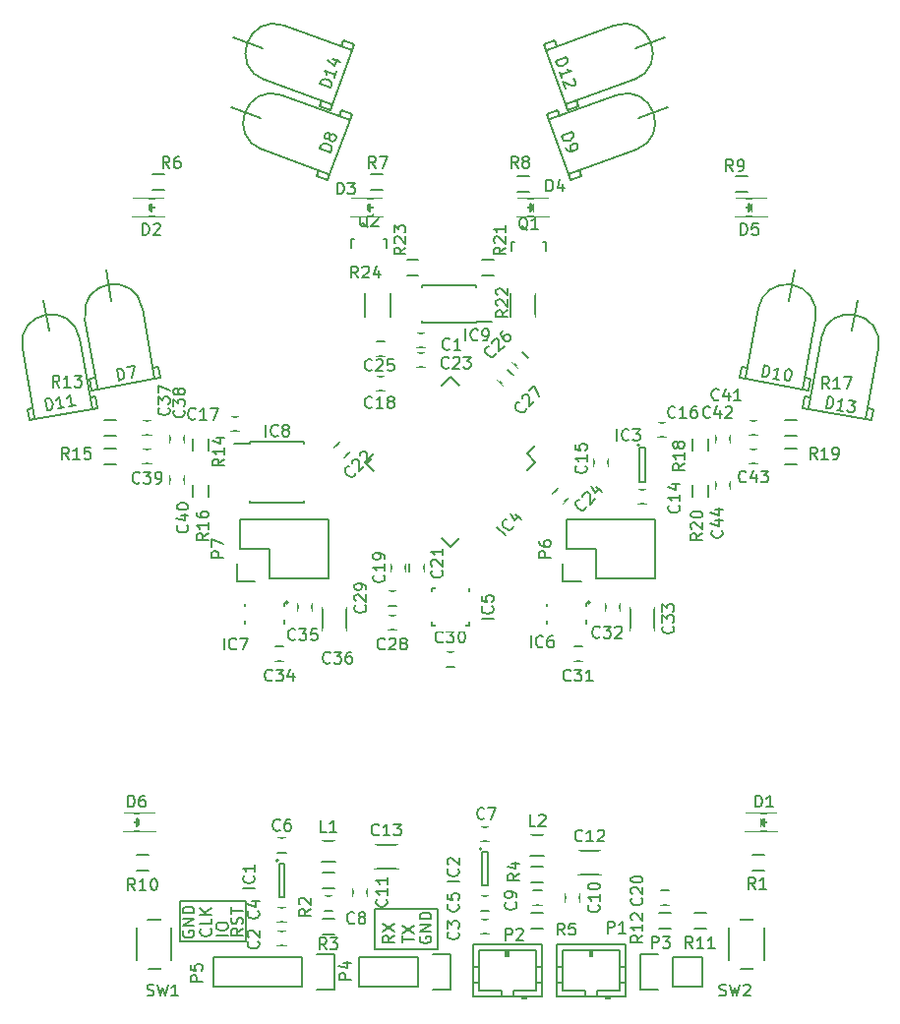
<source format=gto>
G04 #@! TF.FileFunction,Legend,Top*
%FSLAX46Y46*%
G04 Gerber Fmt 4.6, Leading zero omitted, Abs format (unit mm)*
G04 Created by KiCad (PCBNEW 4.0.4-stable) date *
%MOMM*%
%LPD*%
G01*
G04 APERTURE LIST*
%ADD10C,0.100000*%
%ADD11C,0.200000*%
%ADD12C,0.150000*%
%ADD13C,1.800000*%
%ADD14R,1.200000X1.150000*%
%ADD15R,1.150000X1.200000*%
%ADD16R,1.400000X2.000000*%
%ADD17R,1.598880X1.598880*%
%ADD18R,1.460000X1.050000*%
%ADD19R,0.600000X1.100000*%
%ADD20R,1.100000X0.600000*%
%ADD21R,1.200000X1.275000*%
%ADD22R,0.680000X1.000000*%
%ADD23R,4.400000X1.100000*%
%ADD24R,1.850000X0.850000*%
%ADD25R,1.100000X1.700000*%
%ADD26R,1.600000X2.100000*%
%ADD27O,1.600000X2.100000*%
%ADD28R,2.432000X2.432000*%
%ADD29O,2.432000X2.432000*%
%ADD30R,2.127200X2.432000*%
%ADD31O,2.127200X2.432000*%
%ADD32R,2.127200X2.127200*%
%ADD33O,2.127200X2.127200*%
%ADD34R,1.200100X1.200100*%
%ADD35R,0.900000X1.300000*%
%ADD36R,1.300000X0.900000*%
%ADD37R,1.200000X1.600000*%
%ADD38R,2.000000X1.400000*%
%ADD39R,2.100000X1.300000*%
G04 APERTURE END LIST*
D10*
D11*
X125200000Y-101300000D02*
X125200000Y-101600000D01*
X130900000Y-101300000D02*
X125200000Y-101300000D01*
X130900000Y-101600000D02*
X130900000Y-101300000D01*
X130900000Y-104800000D02*
X130900000Y-101600000D01*
X125200000Y-104800000D02*
X130900000Y-104800000D01*
X125200000Y-101600000D02*
X125200000Y-104800000D01*
X147400000Y-105400000D02*
X147100000Y-105400000D01*
X147400000Y-102000000D02*
X147400000Y-105400000D01*
X142000000Y-102000000D02*
X147400000Y-102000000D01*
X142000000Y-105400000D02*
X142000000Y-102000000D01*
X147200000Y-105400000D02*
X142000000Y-105400000D01*
D12*
X125500000Y-103861904D02*
X125452381Y-103957142D01*
X125452381Y-104099999D01*
X125500000Y-104242857D01*
X125595238Y-104338095D01*
X125690476Y-104385714D01*
X125880952Y-104433333D01*
X126023810Y-104433333D01*
X126214286Y-104385714D01*
X126309524Y-104338095D01*
X126404762Y-104242857D01*
X126452381Y-104099999D01*
X126452381Y-104004761D01*
X126404762Y-103861904D01*
X126357143Y-103814285D01*
X126023810Y-103814285D01*
X126023810Y-104004761D01*
X126452381Y-103385714D02*
X125452381Y-103385714D01*
X126452381Y-102814285D01*
X125452381Y-102814285D01*
X126452381Y-102338095D02*
X125452381Y-102338095D01*
X125452381Y-102100000D01*
X125500000Y-101957142D01*
X125595238Y-101861904D01*
X125690476Y-101814285D01*
X125880952Y-101766666D01*
X126023810Y-101766666D01*
X126214286Y-101814285D01*
X126309524Y-101861904D01*
X126404762Y-101957142D01*
X126452381Y-102100000D01*
X126452381Y-102338095D01*
X127857143Y-103695238D02*
X127904762Y-103742857D01*
X127952381Y-103885714D01*
X127952381Y-103980952D01*
X127904762Y-104123810D01*
X127809524Y-104219048D01*
X127714286Y-104266667D01*
X127523810Y-104314286D01*
X127380952Y-104314286D01*
X127190476Y-104266667D01*
X127095238Y-104219048D01*
X127000000Y-104123810D01*
X126952381Y-103980952D01*
X126952381Y-103885714D01*
X127000000Y-103742857D01*
X127047619Y-103695238D01*
X127952381Y-102790476D02*
X127952381Y-103266667D01*
X126952381Y-103266667D01*
X127952381Y-102457143D02*
X126952381Y-102457143D01*
X127952381Y-101885714D02*
X127380952Y-102314286D01*
X126952381Y-101885714D02*
X127523810Y-102457143D01*
X129352381Y-104223809D02*
X128352381Y-104223809D01*
X128352381Y-103557143D02*
X128352381Y-103366666D01*
X128400000Y-103271428D01*
X128495238Y-103176190D01*
X128685714Y-103128571D01*
X129019048Y-103128571D01*
X129209524Y-103176190D01*
X129304762Y-103271428D01*
X129352381Y-103366666D01*
X129352381Y-103557143D01*
X129304762Y-103652381D01*
X129209524Y-103747619D01*
X129019048Y-103795238D01*
X128685714Y-103795238D01*
X128495238Y-103747619D01*
X128400000Y-103652381D01*
X128352381Y-103557143D01*
X130652381Y-103647619D02*
X130176190Y-103980953D01*
X130652381Y-104219048D02*
X129652381Y-104219048D01*
X129652381Y-103838095D01*
X129700000Y-103742857D01*
X129747619Y-103695238D01*
X129842857Y-103647619D01*
X129985714Y-103647619D01*
X130080952Y-103695238D01*
X130128571Y-103742857D01*
X130176190Y-103838095D01*
X130176190Y-104219048D01*
X130604762Y-103266667D02*
X130652381Y-103123810D01*
X130652381Y-102885714D01*
X130604762Y-102790476D01*
X130557143Y-102742857D01*
X130461905Y-102695238D01*
X130366667Y-102695238D01*
X130271429Y-102742857D01*
X130223810Y-102790476D01*
X130176190Y-102885714D01*
X130128571Y-103076191D01*
X130080952Y-103171429D01*
X130033333Y-103219048D01*
X129938095Y-103266667D01*
X129842857Y-103266667D01*
X129747619Y-103219048D01*
X129700000Y-103171429D01*
X129652381Y-103076191D01*
X129652381Y-102838095D01*
X129700000Y-102695238D01*
X129652381Y-102409524D02*
X129652381Y-101838095D01*
X130652381Y-102123810D02*
X129652381Y-102123810D01*
X145900000Y-104361904D02*
X145852381Y-104457142D01*
X145852381Y-104599999D01*
X145900000Y-104742857D01*
X145995238Y-104838095D01*
X146090476Y-104885714D01*
X146280952Y-104933333D01*
X146423810Y-104933333D01*
X146614286Y-104885714D01*
X146709524Y-104838095D01*
X146804762Y-104742857D01*
X146852381Y-104599999D01*
X146852381Y-104504761D01*
X146804762Y-104361904D01*
X146757143Y-104314285D01*
X146423810Y-104314285D01*
X146423810Y-104504761D01*
X146852381Y-103885714D02*
X145852381Y-103885714D01*
X146852381Y-103314285D01*
X145852381Y-103314285D01*
X146852381Y-102838095D02*
X145852381Y-102838095D01*
X145852381Y-102600000D01*
X145900000Y-102457142D01*
X145995238Y-102361904D01*
X146090476Y-102314285D01*
X146280952Y-102266666D01*
X146423810Y-102266666D01*
X146614286Y-102314285D01*
X146709524Y-102361904D01*
X146804762Y-102457142D01*
X146852381Y-102600000D01*
X146852381Y-102838095D01*
X144352381Y-104861905D02*
X144352381Y-104290476D01*
X145352381Y-104576191D02*
X144352381Y-104576191D01*
X144352381Y-104052381D02*
X145352381Y-103385714D01*
X144352381Y-103385714D02*
X145352381Y-104052381D01*
X143652381Y-104266666D02*
X143176190Y-104600000D01*
X143652381Y-104838095D02*
X142652381Y-104838095D01*
X142652381Y-104457142D01*
X142700000Y-104361904D01*
X142747619Y-104314285D01*
X142842857Y-104266666D01*
X142985714Y-104266666D01*
X143080952Y-104314285D01*
X143128571Y-104361904D01*
X143176190Y-104457142D01*
X143176190Y-104838095D01*
X142652381Y-103933333D02*
X143652381Y-103266666D01*
X142652381Y-103266666D02*
X143652381Y-103933333D01*
X112245577Y-59920945D02*
X112071929Y-58936137D01*
X112737981Y-59834120D02*
X112245577Y-59920945D01*
X112564332Y-58849313D02*
X112071929Y-58936137D01*
X117662019Y-58965880D02*
X118154423Y-58879055D01*
X117488371Y-57981072D02*
X117980775Y-57894248D01*
X117980775Y-57894248D02*
X118154423Y-58879055D01*
X113932368Y-52210903D02*
X113463518Y-49551922D01*
X111661362Y-53728312D02*
X112720616Y-59735640D01*
X116585401Y-52860071D02*
X117662019Y-58965880D01*
X116585400Y-52860072D02*
G75*
G03X111661362Y-53728312I-2462019J-434120D01*
G01*
X117662019Y-58965880D02*
X112737981Y-59834120D01*
X137973940Y-39219078D02*
X137034247Y-38877058D01*
X138144950Y-38749232D02*
X137973940Y-39219078D01*
X137205257Y-38407211D02*
X137034247Y-38877058D01*
X139855050Y-34050768D02*
X140026060Y-33580922D01*
X138915358Y-33708748D02*
X139086368Y-33238902D01*
X139086368Y-33238902D02*
X140026060Y-33580922D01*
X132140244Y-33903253D02*
X129603074Y-32979799D01*
X132318855Y-36628707D02*
X138050980Y-38715030D01*
X134028956Y-31930244D02*
X139855050Y-34050768D01*
X134028957Y-31930243D02*
G75*
G03X132318855Y-36628707I-855051J-2349232D01*
G01*
X139855050Y-34050768D02*
X138144950Y-38749232D01*
X138173940Y-33219078D02*
X137234247Y-32877058D01*
X138344950Y-32749232D02*
X138173940Y-33219078D01*
X137405257Y-32407211D02*
X137234247Y-32877058D01*
X140055050Y-28050768D02*
X140226060Y-27580922D01*
X139115358Y-27708748D02*
X139286368Y-27238902D01*
X139286368Y-27238902D02*
X140226060Y-27580922D01*
X132340244Y-27903253D02*
X129803074Y-26979799D01*
X132518855Y-30628707D02*
X138250980Y-32715030D01*
X134228956Y-25930244D02*
X140055050Y-28050768D01*
X134228957Y-25930243D02*
G75*
G03X132518855Y-30628707I-855051J-2349232D01*
G01*
X140055050Y-28050768D02*
X138344950Y-32749232D01*
X158671751Y-66576777D02*
X158176777Y-67071751D01*
X157328249Y-66223223D02*
X157823223Y-65728249D01*
X155818555Y-63500000D02*
X155111448Y-62792893D01*
X148500000Y-70818555D02*
X147739860Y-70058415D01*
X141181445Y-63500000D02*
X141941585Y-64260140D01*
X148500000Y-56181445D02*
X149260140Y-56941585D01*
X155818555Y-63500000D02*
X155058415Y-64260140D01*
X148500000Y-56181445D02*
X147739860Y-56941585D01*
X141181445Y-63500000D02*
X141941585Y-62739860D01*
X148500000Y-70818555D02*
X149260140Y-70058415D01*
X155111448Y-62792893D02*
X155836233Y-62068109D01*
X145650000Y-52400000D02*
X146350000Y-52400000D01*
X146350000Y-53600000D02*
X145650000Y-53600000D01*
X134350000Y-105100000D02*
X133650000Y-105100000D01*
X133650000Y-103900000D02*
X134350000Y-103900000D01*
X151850000Y-104100000D02*
X151150000Y-104100000D01*
X151150000Y-102900000D02*
X151850000Y-102900000D01*
X134350000Y-103100000D02*
X133650000Y-103100000D01*
X133650000Y-101900000D02*
X134350000Y-101900000D01*
X151850000Y-102100000D02*
X151150000Y-102100000D01*
X151150000Y-100900000D02*
X151850000Y-100900000D01*
X134350000Y-97100000D02*
X133650000Y-97100000D01*
X133650000Y-95900000D02*
X134350000Y-95900000D01*
X151850000Y-96100000D02*
X151150000Y-96100000D01*
X151150000Y-94900000D02*
X151850000Y-94900000D01*
X138350000Y-102100000D02*
X137650000Y-102100000D01*
X137650000Y-100900000D02*
X138350000Y-100900000D01*
X156350000Y-101600000D02*
X155650000Y-101600000D01*
X155650000Y-100400000D02*
X156350000Y-100400000D01*
X159600000Y-100650000D02*
X159600000Y-101350000D01*
X158400000Y-101350000D02*
X158400000Y-100650000D01*
X141350000Y-100150000D02*
X141350000Y-100850000D01*
X140150000Y-100850000D02*
X140150000Y-100150000D01*
X161500000Y-96975000D02*
X159500000Y-96975000D01*
X159500000Y-99025000D02*
X161500000Y-99025000D01*
X144000000Y-96475000D02*
X142000000Y-96475000D01*
X142000000Y-98525000D02*
X144000000Y-98525000D01*
X165350000Y-67100000D02*
X164650000Y-67100000D01*
X164650000Y-65900000D02*
X165350000Y-65900000D01*
X162100000Y-63150000D02*
X162100000Y-63850000D01*
X160900000Y-63850000D02*
X160900000Y-63150000D01*
X166400000Y-60150000D02*
X167100000Y-60150000D01*
X167100000Y-61350000D02*
X166400000Y-61350000D01*
X129650000Y-59650000D02*
X130350000Y-59650000D01*
X130350000Y-60850000D02*
X129650000Y-60850000D01*
X142150000Y-56150000D02*
X142850000Y-56150000D01*
X142850000Y-57350000D02*
X142150000Y-57350000D01*
X144600000Y-72250000D02*
X144600000Y-72950000D01*
X143400000Y-72950000D02*
X143400000Y-72250000D01*
X167350000Y-101600000D02*
X166650000Y-101600000D01*
X166650000Y-100400000D02*
X167350000Y-100400000D01*
X146200000Y-72250000D02*
X146200000Y-72950000D01*
X145000000Y-72950000D02*
X145000000Y-72250000D01*
X139871751Y-62576777D02*
X139376777Y-63071751D01*
X138528249Y-62223223D02*
X139023223Y-61728249D01*
X145650000Y-54150000D02*
X146350000Y-54150000D01*
X146350000Y-55350000D02*
X145650000Y-55350000D01*
X142850000Y-54350000D02*
X142150000Y-54350000D01*
X142150000Y-53150000D02*
X142850000Y-53150000D01*
X154676777Y-54078249D02*
X155171751Y-54573223D01*
X154323223Y-55421751D02*
X153828249Y-54926777D01*
X153426777Y-55578249D02*
X153921751Y-56073223D01*
X153073223Y-56921751D02*
X152578249Y-56426777D01*
X143850000Y-77900000D02*
X143150000Y-77900000D01*
X143150000Y-76700000D02*
X143850000Y-76700000D01*
X143850000Y-75850000D02*
X143150000Y-75850000D01*
X143150000Y-74650000D02*
X143850000Y-74650000D01*
X148150000Y-79900000D02*
X148850000Y-79900000D01*
X148850000Y-81100000D02*
X148150000Y-81100000D01*
X159850000Y-80600000D02*
X159150000Y-80600000D01*
X159150000Y-79400000D02*
X159850000Y-79400000D01*
X163100000Y-75650000D02*
X163100000Y-76350000D01*
X161900000Y-76350000D02*
X161900000Y-75650000D01*
X134150000Y-80600000D02*
X133450000Y-80600000D01*
X133450000Y-79400000D02*
X134150000Y-79400000D01*
X122750000Y-61200000D02*
X122050000Y-61200000D01*
X122050000Y-60000000D02*
X122750000Y-60000000D01*
X125600000Y-61150000D02*
X125600000Y-61850000D01*
X124400000Y-61850000D02*
X124400000Y-61150000D01*
X124400000Y-65350000D02*
X124400000Y-64650000D01*
X125600000Y-64650000D02*
X125600000Y-65350000D01*
X174250000Y-60000000D02*
X174950000Y-60000000D01*
X174950000Y-61200000D02*
X174250000Y-61200000D01*
X171400000Y-61850000D02*
X171400000Y-61150000D01*
X172600000Y-61150000D02*
X172600000Y-61850000D01*
X174250000Y-62400000D02*
X174950000Y-62400000D01*
X174950000Y-63600000D02*
X174250000Y-63600000D01*
X172600000Y-65150000D02*
X172600000Y-65850000D01*
X171400000Y-65850000D02*
X171400000Y-65150000D01*
X173900000Y-95250000D02*
X176600000Y-95250000D01*
X173900000Y-93750000D02*
X176600000Y-93750000D01*
X175400000Y-94650000D02*
X175400000Y-94400000D01*
X175400000Y-94400000D02*
X175250000Y-94550000D01*
X175150000Y-94150000D02*
X175150000Y-94850000D01*
X175500000Y-94500000D02*
X175850000Y-94500000D01*
X175150000Y-94500000D02*
X175500000Y-94150000D01*
X175500000Y-94150000D02*
X175500000Y-94850000D01*
X175500000Y-94850000D02*
X175150000Y-94500000D01*
X121200000Y-42350000D02*
X123900000Y-42350000D01*
X121200000Y-40850000D02*
X123900000Y-40850000D01*
X122700000Y-41750000D02*
X122700000Y-41500000D01*
X122700000Y-41500000D02*
X122550000Y-41650000D01*
X122450000Y-41250000D02*
X122450000Y-41950000D01*
X122800000Y-41600000D02*
X123150000Y-41600000D01*
X122450000Y-41600000D02*
X122800000Y-41250000D01*
X122800000Y-41250000D02*
X122800000Y-41950000D01*
X122800000Y-41950000D02*
X122450000Y-41600000D01*
X140000000Y-42350000D02*
X142700000Y-42350000D01*
X140000000Y-40850000D02*
X142700000Y-40850000D01*
X141500000Y-41750000D02*
X141500000Y-41500000D01*
X141500000Y-41500000D02*
X141350000Y-41650000D01*
X141250000Y-41250000D02*
X141250000Y-41950000D01*
X141600000Y-41600000D02*
X141950000Y-41600000D01*
X141250000Y-41600000D02*
X141600000Y-41250000D01*
X141600000Y-41250000D02*
X141600000Y-41950000D01*
X141600000Y-41950000D02*
X141250000Y-41600000D01*
X157000000Y-40850000D02*
X154300000Y-40850000D01*
X157000000Y-42350000D02*
X154300000Y-42350000D01*
X155500000Y-41450000D02*
X155500000Y-41700000D01*
X155500000Y-41700000D02*
X155650000Y-41550000D01*
X155750000Y-41950000D02*
X155750000Y-41250000D01*
X155400000Y-41600000D02*
X155050000Y-41600000D01*
X155750000Y-41600000D02*
X155400000Y-41950000D01*
X155400000Y-41950000D02*
X155400000Y-41250000D01*
X155400000Y-41250000D02*
X155750000Y-41600000D01*
X175800000Y-40850000D02*
X173100000Y-40850000D01*
X175800000Y-42350000D02*
X173100000Y-42350000D01*
X174300000Y-41450000D02*
X174300000Y-41700000D01*
X174300000Y-41700000D02*
X174450000Y-41550000D01*
X174550000Y-41950000D02*
X174550000Y-41250000D01*
X174200000Y-41600000D02*
X173850000Y-41600000D01*
X174550000Y-41600000D02*
X174200000Y-41950000D01*
X174200000Y-41950000D02*
X174200000Y-41250000D01*
X174200000Y-41250000D02*
X174550000Y-41600000D01*
X123100000Y-93750000D02*
X120400000Y-93750000D01*
X123100000Y-95250000D02*
X120400000Y-95250000D01*
X121600000Y-94350000D02*
X121600000Y-94600000D01*
X121600000Y-94600000D02*
X121750000Y-94450000D01*
X121850000Y-94850000D02*
X121850000Y-94150000D01*
X121500000Y-94500000D02*
X121150000Y-94500000D01*
X121850000Y-94500000D02*
X121500000Y-94850000D01*
X121500000Y-94850000D02*
X121500000Y-94150000D01*
X121500000Y-94150000D02*
X121850000Y-94500000D01*
X117645577Y-57320945D02*
X117471929Y-56336137D01*
X118137981Y-57234120D02*
X117645577Y-57320945D01*
X117964332Y-56249313D02*
X117471929Y-56336137D01*
X123062019Y-56365880D02*
X123554423Y-56279055D01*
X122888371Y-55381072D02*
X123380775Y-55294248D01*
X123380775Y-55294248D02*
X123554423Y-56279055D01*
X119332368Y-49610903D02*
X118863518Y-46951922D01*
X117061362Y-51128312D02*
X118120616Y-57135640D01*
X121985401Y-50260071D02*
X123062019Y-56365880D01*
X121985400Y-50260072D02*
G75*
G03X117061362Y-51128312I-2462019J-434120D01*
G01*
X123062019Y-56365880D02*
X118137981Y-57234120D01*
X156773940Y-33580922D02*
X157713632Y-33238902D01*
X156944950Y-34050768D02*
X156773940Y-33580922D01*
X157884642Y-33708748D02*
X157713632Y-33238902D01*
X158655050Y-38749232D02*
X158826060Y-39219078D01*
X159594743Y-38407211D02*
X159765753Y-38877058D01*
X159765753Y-38877058D02*
X158826060Y-39219078D01*
X164659756Y-33903253D02*
X167196926Y-32979799D01*
X162771044Y-31930244D02*
X157038919Y-34016566D01*
X164481145Y-36628707D02*
X158655050Y-38749232D01*
X164481144Y-36628706D02*
G75*
G03X162771044Y-31930244I-855050J2349231D01*
G01*
X158655050Y-38749232D02*
X156944950Y-34050768D01*
X173445577Y-56279055D02*
X173619225Y-55294248D01*
X173937981Y-56365880D02*
X173445577Y-56279055D01*
X174111629Y-55381072D02*
X173619225Y-55294248D01*
X178862019Y-57234120D02*
X179354423Y-57320945D01*
X179035668Y-56249313D02*
X179528071Y-56336137D01*
X179528071Y-56336137D02*
X179354423Y-57320945D01*
X177667632Y-49610903D02*
X178136482Y-46951922D01*
X175014599Y-50260071D02*
X173955345Y-56267399D01*
X179938638Y-51128312D02*
X178862019Y-57234120D01*
X179938639Y-51128313D02*
G75*
G03X175014599Y-50260071I-2462020J434121D01*
G01*
X178862019Y-57234120D02*
X173937981Y-56365880D01*
X156573940Y-27580922D02*
X157513632Y-27238902D01*
X156744950Y-28050768D02*
X156573940Y-27580922D01*
X157684642Y-27708748D02*
X157513632Y-27238902D01*
X158455050Y-32749232D02*
X158626060Y-33219078D01*
X159394743Y-32407211D02*
X159565753Y-32877058D01*
X159565753Y-32877058D02*
X158626060Y-33219078D01*
X164459756Y-27903253D02*
X166996926Y-26979799D01*
X162571044Y-25930244D02*
X156838919Y-28016566D01*
X164281145Y-30628707D02*
X158455050Y-32749232D01*
X164281144Y-30628706D02*
G75*
G03X162571044Y-25930244I-855050J2349231D01*
G01*
X158455050Y-32749232D02*
X156744950Y-28050768D01*
X178845577Y-58879055D02*
X179019225Y-57894248D01*
X179337981Y-58965880D02*
X178845577Y-58879055D01*
X179511629Y-57981072D02*
X179019225Y-57894248D01*
X184262019Y-59834120D02*
X184754423Y-59920945D01*
X184435668Y-58849313D02*
X184928071Y-58936137D01*
X184928071Y-58936137D02*
X184754423Y-59920945D01*
X183067632Y-52210903D02*
X183536482Y-49551922D01*
X180414599Y-52860071D02*
X179355345Y-58867399D01*
X185338638Y-53728312D02*
X184262019Y-59834120D01*
X185338639Y-53728313D02*
G75*
G03X180414599Y-52860071I-2462020J434121D01*
G01*
X184262019Y-59834120D02*
X179337981Y-58965880D01*
X133700000Y-97800000D02*
G75*
G03X133700000Y-97800000I-100000J0D01*
G01*
X134250000Y-98050000D02*
X133750000Y-98050000D01*
X134250000Y-100950000D02*
X134250000Y-98050000D01*
X133750000Y-100950000D02*
X134250000Y-100950000D01*
X133750000Y-98050000D02*
X133750000Y-100950000D01*
X151200000Y-96800000D02*
G75*
G03X151200000Y-96800000I-100000J0D01*
G01*
X151750000Y-97050000D02*
X151250000Y-97050000D01*
X151750000Y-99950000D02*
X151750000Y-97050000D01*
X151250000Y-99950000D02*
X151750000Y-99950000D01*
X151250000Y-97050000D02*
X151250000Y-99950000D01*
X164800000Y-62050000D02*
G75*
G03X164800000Y-62050000I-100000J0D01*
G01*
X165250000Y-62300000D02*
X164750000Y-62300000D01*
X165250000Y-65200000D02*
X165250000Y-62300000D01*
X164750000Y-65200000D02*
X165250000Y-65200000D01*
X164750000Y-62300000D02*
X164750000Y-65200000D01*
X146900000Y-74400000D02*
X147300000Y-74400000D01*
X146900000Y-74400000D02*
X146900000Y-74800000D01*
X146900000Y-77600000D02*
X147300000Y-77600000D01*
X146900000Y-77600000D02*
X146900000Y-77200000D01*
X150100000Y-77600000D02*
X149700000Y-77600000D01*
X150100000Y-77600000D02*
X150100000Y-77200000D01*
X150100000Y-74400000D02*
X150100000Y-74800000D01*
X156800000Y-75900000D02*
X156800000Y-75700000D01*
X156800000Y-77400000D02*
X156800000Y-77200000D01*
X160200000Y-75900000D02*
X160200000Y-75600000D01*
X160200000Y-77400000D02*
X160200000Y-77100000D01*
X160541421Y-75600000D02*
G75*
G03X160541421Y-75600000I-141421J0D01*
G01*
X130800000Y-75900000D02*
X130800000Y-75700000D01*
X130800000Y-77400000D02*
X130800000Y-77200000D01*
X134200000Y-75900000D02*
X134200000Y-75600000D01*
X134200000Y-77400000D02*
X134200000Y-77100000D01*
X134541421Y-75600000D02*
G75*
G03X134541421Y-75600000I-141421J0D01*
G01*
X150725000Y-51525000D02*
X150725000Y-51425000D01*
X146075000Y-51525000D02*
X146075000Y-51325000D01*
X146075000Y-48275000D02*
X146075000Y-48475000D01*
X150725000Y-48275000D02*
X150725000Y-48475000D01*
X150725000Y-51525000D02*
X146075000Y-51525000D01*
X150725000Y-48275000D02*
X146075000Y-48275000D01*
X150725000Y-51425000D02*
X152075000Y-51425000D01*
X138600000Y-97875000D02*
X137400000Y-97875000D01*
X137400000Y-96125000D02*
X138600000Y-96125000D01*
X156600000Y-97375000D02*
X155400000Y-97375000D01*
X155400000Y-95625000D02*
X156600000Y-95625000D01*
X163550000Y-105000000D02*
X163550000Y-109500000D01*
X163550000Y-109500000D02*
X157650000Y-109500000D01*
X157650000Y-109500000D02*
X157650000Y-105000000D01*
X157650000Y-105000000D02*
X163550000Y-105000000D01*
X161100000Y-109500000D02*
X161100000Y-109000000D01*
X161100000Y-109000000D02*
X163050000Y-109000000D01*
X163050000Y-109000000D02*
X163050000Y-105500000D01*
X163050000Y-105500000D02*
X158150000Y-105500000D01*
X158150000Y-105500000D02*
X158150000Y-109000000D01*
X158150000Y-109000000D02*
X160100000Y-109000000D01*
X160100000Y-109000000D02*
X160100000Y-109500000D01*
X163550000Y-108300000D02*
X163050000Y-108300000D01*
X163550000Y-107000000D02*
X163050000Y-107000000D01*
X158150000Y-108300000D02*
X157650000Y-108300000D01*
X158150000Y-107000000D02*
X157650000Y-107000000D01*
X161900000Y-109500000D02*
X161900000Y-109700000D01*
X161900000Y-109700000D02*
X162200000Y-109700000D01*
X162200000Y-109700000D02*
X162200000Y-109500000D01*
X161900000Y-109600000D02*
X162200000Y-109600000D01*
X160700000Y-105500000D02*
X160700000Y-106000000D01*
X160700000Y-106000000D02*
X160500000Y-106000000D01*
X160500000Y-106000000D02*
X160500000Y-105500000D01*
X160600000Y-105500000D02*
X160600000Y-106000000D01*
X156350000Y-105000000D02*
X156350000Y-109500000D01*
X156350000Y-109500000D02*
X150450000Y-109500000D01*
X150450000Y-109500000D02*
X150450000Y-105000000D01*
X150450000Y-105000000D02*
X156350000Y-105000000D01*
X153900000Y-109500000D02*
X153900000Y-109000000D01*
X153900000Y-109000000D02*
X155850000Y-109000000D01*
X155850000Y-109000000D02*
X155850000Y-105500000D01*
X155850000Y-105500000D02*
X150950000Y-105500000D01*
X150950000Y-105500000D02*
X150950000Y-109000000D01*
X150950000Y-109000000D02*
X152900000Y-109000000D01*
X152900000Y-109000000D02*
X152900000Y-109500000D01*
X156350000Y-108300000D02*
X155850000Y-108300000D01*
X156350000Y-107000000D02*
X155850000Y-107000000D01*
X150950000Y-108300000D02*
X150450000Y-108300000D01*
X150950000Y-107000000D02*
X150450000Y-107000000D01*
X154700000Y-109500000D02*
X154700000Y-109700000D01*
X154700000Y-109700000D02*
X155000000Y-109700000D01*
X155000000Y-109700000D02*
X155000000Y-109500000D01*
X154700000Y-109600000D02*
X155000000Y-109600000D01*
X153500000Y-105500000D02*
X153500000Y-106000000D01*
X153500000Y-106000000D02*
X153300000Y-106000000D01*
X153300000Y-106000000D02*
X153300000Y-105500000D01*
X153400000Y-105500000D02*
X153400000Y-106000000D01*
X167670000Y-106130000D02*
X170210000Y-106130000D01*
X164850000Y-105850000D02*
X166400000Y-105850000D01*
X167670000Y-106130000D02*
X167670000Y-108670000D01*
X166400000Y-108950000D02*
X164850000Y-108950000D01*
X164850000Y-108950000D02*
X164850000Y-105850000D01*
X167670000Y-108670000D02*
X170210000Y-108670000D01*
X170210000Y-108670000D02*
X170210000Y-106130000D01*
X145730000Y-106130000D02*
X140650000Y-106130000D01*
X140650000Y-106130000D02*
X140650000Y-108670000D01*
X140650000Y-108670000D02*
X145730000Y-108670000D01*
X148550000Y-108950000D02*
X147000000Y-108950000D01*
X145730000Y-108670000D02*
X145730000Y-106130000D01*
X147000000Y-105850000D02*
X148550000Y-105850000D01*
X148550000Y-105850000D02*
X148550000Y-108950000D01*
X161020000Y-73520000D02*
X166100000Y-73520000D01*
X158200000Y-73800000D02*
X158200000Y-72250000D01*
X158480000Y-70980000D02*
X161020000Y-70980000D01*
X161020000Y-70980000D02*
X161020000Y-73520000D01*
X166100000Y-73520000D02*
X166100000Y-68440000D01*
X166100000Y-68440000D02*
X161020000Y-68440000D01*
X158200000Y-73800000D02*
X159750000Y-73800000D01*
X158480000Y-68440000D02*
X158480000Y-70980000D01*
X161020000Y-68440000D02*
X158480000Y-68440000D01*
X132940000Y-73520000D02*
X138020000Y-73520000D01*
X130120000Y-73800000D02*
X130120000Y-72250000D01*
X130400000Y-70980000D02*
X132940000Y-70980000D01*
X132940000Y-70980000D02*
X132940000Y-73520000D01*
X138020000Y-73520000D02*
X138020000Y-68440000D01*
X138020000Y-68440000D02*
X132940000Y-68440000D01*
X130120000Y-73800000D02*
X131670000Y-73800000D01*
X130400000Y-68440000D02*
X130400000Y-70980000D01*
X132940000Y-68440000D02*
X130400000Y-68440000D01*
X156549160Y-44599760D02*
X156500900Y-44599760D01*
X153750180Y-45300800D02*
X153750180Y-44599760D01*
X153750180Y-44599760D02*
X153999100Y-44599760D01*
X156549160Y-44599760D02*
X156749820Y-44599760D01*
X156749820Y-44599760D02*
X156749820Y-45300800D01*
X142799160Y-44349760D02*
X142750900Y-44349760D01*
X140000180Y-45050800D02*
X140000180Y-44349760D01*
X140000180Y-44349760D02*
X140249100Y-44349760D01*
X142799160Y-44349760D02*
X142999820Y-44349760D01*
X142999820Y-44349760D02*
X142999820Y-45050800D01*
X175500000Y-98675000D02*
X174500000Y-98675000D01*
X174500000Y-97325000D02*
X175500000Y-97325000D01*
X137500000Y-98825000D02*
X138500000Y-98825000D01*
X138500000Y-100175000D02*
X137500000Y-100175000D01*
X138500000Y-104175000D02*
X137500000Y-104175000D01*
X137500000Y-102825000D02*
X138500000Y-102825000D01*
X155500000Y-98325000D02*
X156500000Y-98325000D01*
X156500000Y-99675000D02*
X155500000Y-99675000D01*
X156500000Y-103675000D02*
X155500000Y-103675000D01*
X155500000Y-102325000D02*
X156500000Y-102325000D01*
X123900000Y-40075000D02*
X122900000Y-40075000D01*
X122900000Y-38725000D02*
X123900000Y-38725000D01*
X142700000Y-40075000D02*
X141700000Y-40075000D01*
X141700000Y-38725000D02*
X142700000Y-38725000D01*
X154300000Y-38925000D02*
X155300000Y-38925000D01*
X155300000Y-40275000D02*
X154300000Y-40275000D01*
X173100000Y-38925000D02*
X174100000Y-38925000D01*
X174100000Y-40275000D02*
X173100000Y-40275000D01*
X121500000Y-97325000D02*
X122500000Y-97325000D01*
X122500000Y-98675000D02*
X121500000Y-98675000D01*
X169500000Y-102325000D02*
X170500000Y-102325000D01*
X170500000Y-103675000D02*
X169500000Y-103675000D01*
X166500000Y-102325000D02*
X167500000Y-102325000D01*
X167500000Y-103675000D02*
X166500000Y-103675000D01*
X118700000Y-59925000D02*
X119700000Y-59925000D01*
X119700000Y-61275000D02*
X118700000Y-61275000D01*
X126325000Y-62500000D02*
X126325000Y-61500000D01*
X127675000Y-61500000D02*
X127675000Y-62500000D01*
X118700000Y-62325000D02*
X119700000Y-62325000D01*
X119700000Y-63675000D02*
X118700000Y-63675000D01*
X127675000Y-65500000D02*
X127675000Y-66500000D01*
X126325000Y-66500000D02*
X126325000Y-65500000D01*
X178300000Y-61275000D02*
X177300000Y-61275000D01*
X177300000Y-59925000D02*
X178300000Y-59925000D01*
X170675000Y-61500000D02*
X170675000Y-62500000D01*
X169325000Y-62500000D02*
X169325000Y-61500000D01*
X178300000Y-63675000D02*
X177300000Y-63675000D01*
X177300000Y-62325000D02*
X178300000Y-62325000D01*
X169325000Y-66500000D02*
X169325000Y-65500000D01*
X170675000Y-65500000D02*
X170675000Y-66500000D01*
X152250000Y-47425000D02*
X151250000Y-47425000D01*
X151250000Y-46075000D02*
X152250000Y-46075000D01*
X121500000Y-106400000D02*
X121500000Y-103600000D01*
X124500000Y-103600000D02*
X124500000Y-106400000D01*
X123600000Y-102900000D02*
X122400000Y-102900000D01*
X123600000Y-107100000D02*
X122500000Y-107100000D01*
X172500000Y-106400000D02*
X172500000Y-103600000D01*
X175500000Y-103600000D02*
X175500000Y-106400000D01*
X174600000Y-102900000D02*
X173400000Y-102900000D01*
X174600000Y-107100000D02*
X173500000Y-107100000D01*
X166025000Y-78000000D02*
X166025000Y-76000000D01*
X163975000Y-76000000D02*
X163975000Y-78000000D01*
X136600000Y-75650000D02*
X136600000Y-76350000D01*
X135400000Y-76350000D02*
X135400000Y-75650000D01*
X139525000Y-78000000D02*
X139525000Y-76000000D01*
X137475000Y-76000000D02*
X137475000Y-78000000D01*
X122750000Y-63600000D02*
X122050000Y-63600000D01*
X122050000Y-62400000D02*
X122750000Y-62400000D01*
X153675000Y-51000000D02*
X153675000Y-49000000D01*
X155825000Y-49000000D02*
X155825000Y-51000000D01*
X144750000Y-46075000D02*
X145750000Y-46075000D01*
X145750000Y-47425000D02*
X144750000Y-47425000D01*
X141175000Y-51000000D02*
X141175000Y-49000000D01*
X143325000Y-49000000D02*
X143325000Y-51000000D01*
X135730000Y-106130000D02*
X128110000Y-106130000D01*
X135730000Y-108670000D02*
X128110000Y-108670000D01*
X138550000Y-108950000D02*
X137000000Y-108950000D01*
X128110000Y-106130000D02*
X128110000Y-108670000D01*
X135730000Y-108670000D02*
X135730000Y-106130000D01*
X137000000Y-105850000D02*
X138550000Y-105850000D01*
X138550000Y-105850000D02*
X138550000Y-108950000D01*
X131275000Y-61775000D02*
X131275000Y-61900000D01*
X135925000Y-61775000D02*
X135925000Y-62000000D01*
X135925000Y-67025000D02*
X135925000Y-66800000D01*
X131275000Y-67025000D02*
X131275000Y-66800000D01*
X131275000Y-61775000D02*
X135925000Y-61775000D01*
X131275000Y-67025000D02*
X135925000Y-67025000D01*
X131275000Y-61900000D02*
X129925000Y-61900000D01*
X113782717Y-59056367D02*
X113609069Y-58071559D01*
X113843546Y-58030214D01*
X113992503Y-58052303D01*
X114102832Y-58129556D01*
X114166266Y-58215078D01*
X114246237Y-58394392D01*
X114271044Y-58535079D01*
X114257224Y-58730930D01*
X114226867Y-58832990D01*
X114149613Y-58943320D01*
X114017195Y-59015022D01*
X113782717Y-59056367D01*
X115283377Y-58791760D02*
X114720629Y-58890988D01*
X115002002Y-58841374D02*
X114828354Y-57856566D01*
X114759370Y-58013791D01*
X114682117Y-58124120D01*
X114596595Y-58187553D01*
X116221289Y-58626381D02*
X115658541Y-58725608D01*
X115939915Y-58675995D02*
X115766266Y-57691187D01*
X115697282Y-57848412D01*
X115620029Y-57958741D01*
X115534507Y-58022174D01*
X138222656Y-36848306D02*
X137282963Y-36506286D01*
X137364396Y-36282550D01*
X137458004Y-36164594D01*
X137580072Y-36107672D01*
X137685853Y-36095499D01*
X137881128Y-36115898D01*
X138015371Y-36164758D01*
X138178073Y-36274652D01*
X138251281Y-36351973D01*
X138308202Y-36474040D01*
X138304089Y-36624570D01*
X138222656Y-36848306D01*
X138076568Y-35578931D02*
X137999248Y-35652139D01*
X137938214Y-35680600D01*
X137832433Y-35692774D01*
X137787685Y-35676487D01*
X137714478Y-35599166D01*
X137686017Y-35538133D01*
X137673843Y-35432351D01*
X137738990Y-35253362D01*
X137816311Y-35180154D01*
X137877345Y-35151693D01*
X137983126Y-35139519D01*
X138027873Y-35155806D01*
X138101081Y-35233127D01*
X138129541Y-35294160D01*
X138141715Y-35399941D01*
X138076568Y-35578931D01*
X138088742Y-35684712D01*
X138117203Y-35745746D01*
X138190411Y-35823067D01*
X138369400Y-35888214D01*
X138475181Y-35876040D01*
X138536215Y-35847579D01*
X138613536Y-35774372D01*
X138678683Y-35595382D01*
X138666509Y-35489601D01*
X138638048Y-35428567D01*
X138564841Y-35351246D01*
X138385852Y-35286100D01*
X138280070Y-35298273D01*
X138219036Y-35326734D01*
X138141715Y-35399941D01*
X138209789Y-31295779D02*
X137270096Y-30953759D01*
X137351529Y-30730023D01*
X137445137Y-30612067D01*
X137567205Y-30555146D01*
X137672986Y-30542972D01*
X137868261Y-30563371D01*
X138002504Y-30612231D01*
X138165206Y-30722125D01*
X138238414Y-30799446D01*
X138295335Y-30921514D01*
X138291222Y-31072043D01*
X138209789Y-31295779D01*
X138730963Y-29863866D02*
X138535522Y-30400834D01*
X138633242Y-30132350D02*
X137693550Y-29790330D01*
X137795218Y-29928685D01*
X137852139Y-30050752D01*
X137864313Y-30156533D01*
X138397661Y-28830402D02*
X139024123Y-29058415D01*
X137958249Y-28923845D02*
X138548025Y-29391882D01*
X138759752Y-28810167D01*
X160197970Y-67307107D02*
X160197970Y-67374450D01*
X160130626Y-67509137D01*
X160063283Y-67576481D01*
X159928595Y-67643825D01*
X159793908Y-67643825D01*
X159692893Y-67610153D01*
X159524535Y-67509138D01*
X159423519Y-67408122D01*
X159322504Y-67239763D01*
X159288832Y-67138748D01*
X159288832Y-67004061D01*
X159356176Y-66869374D01*
X159423519Y-66802030D01*
X159558206Y-66734687D01*
X159625550Y-66734687D01*
X159894924Y-66465313D02*
X159894924Y-66397970D01*
X159928595Y-66296955D01*
X160096955Y-66128595D01*
X160197970Y-66094924D01*
X160265313Y-66094924D01*
X160366328Y-66128595D01*
X160433672Y-66195939D01*
X160501015Y-66330626D01*
X160501015Y-67138748D01*
X160938748Y-66701015D01*
X161073435Y-65623519D02*
X161544840Y-66094924D01*
X160635702Y-65522504D02*
X160972420Y-66195939D01*
X161410153Y-65758206D01*
X153229612Y-69810152D02*
X152522505Y-69103045D01*
X153903047Y-69002030D02*
X153903047Y-69069374D01*
X153835704Y-69204061D01*
X153768360Y-69271404D01*
X153633673Y-69338748D01*
X153498986Y-69338748D01*
X153397971Y-69305076D01*
X153229612Y-69204061D01*
X153128596Y-69103045D01*
X153027581Y-68934687D01*
X152993909Y-68833672D01*
X152993909Y-68698985D01*
X153061254Y-68564297D01*
X153128597Y-68496954D01*
X153263284Y-68429610D01*
X153330627Y-68429610D01*
X154105077Y-67991877D02*
X154576482Y-68463282D01*
X153667344Y-67890863D02*
X154004062Y-68564298D01*
X154441795Y-68126565D01*
X148433334Y-53757143D02*
X148385715Y-53804762D01*
X148242858Y-53852381D01*
X148147620Y-53852381D01*
X148004762Y-53804762D01*
X147909524Y-53709524D01*
X147861905Y-53614286D01*
X147814286Y-53423810D01*
X147814286Y-53280952D01*
X147861905Y-53090476D01*
X147909524Y-52995238D01*
X148004762Y-52900000D01*
X148147620Y-52852381D01*
X148242858Y-52852381D01*
X148385715Y-52900000D01*
X148433334Y-52947619D01*
X149385715Y-53852381D02*
X148814286Y-53852381D01*
X149100000Y-53852381D02*
X149100000Y-52852381D01*
X149004762Y-52995238D01*
X148909524Y-53090476D01*
X148814286Y-53138095D01*
X131957143Y-104766666D02*
X132004762Y-104814285D01*
X132052381Y-104957142D01*
X132052381Y-105052380D01*
X132004762Y-105195238D01*
X131909524Y-105290476D01*
X131814286Y-105338095D01*
X131623810Y-105385714D01*
X131480952Y-105385714D01*
X131290476Y-105338095D01*
X131195238Y-105290476D01*
X131100000Y-105195238D01*
X131052381Y-105052380D01*
X131052381Y-104957142D01*
X131100000Y-104814285D01*
X131147619Y-104766666D01*
X131147619Y-104385714D02*
X131100000Y-104338095D01*
X131052381Y-104242857D01*
X131052381Y-104004761D01*
X131100000Y-103909523D01*
X131147619Y-103861904D01*
X131242857Y-103814285D01*
X131338095Y-103814285D01*
X131480952Y-103861904D01*
X132052381Y-104433333D01*
X132052381Y-103814285D01*
X149157143Y-103966666D02*
X149204762Y-104014285D01*
X149252381Y-104157142D01*
X149252381Y-104252380D01*
X149204762Y-104395238D01*
X149109524Y-104490476D01*
X149014286Y-104538095D01*
X148823810Y-104585714D01*
X148680952Y-104585714D01*
X148490476Y-104538095D01*
X148395238Y-104490476D01*
X148300000Y-104395238D01*
X148252381Y-104252380D01*
X148252381Y-104157142D01*
X148300000Y-104014285D01*
X148347619Y-103966666D01*
X148252381Y-103633333D02*
X148252381Y-103014285D01*
X148633333Y-103347619D01*
X148633333Y-103204761D01*
X148680952Y-103109523D01*
X148728571Y-103061904D01*
X148823810Y-103014285D01*
X149061905Y-103014285D01*
X149157143Y-103061904D01*
X149204762Y-103109523D01*
X149252381Y-103204761D01*
X149252381Y-103490476D01*
X149204762Y-103585714D01*
X149157143Y-103633333D01*
X131957143Y-102166666D02*
X132004762Y-102214285D01*
X132052381Y-102357142D01*
X132052381Y-102452380D01*
X132004762Y-102595238D01*
X131909524Y-102690476D01*
X131814286Y-102738095D01*
X131623810Y-102785714D01*
X131480952Y-102785714D01*
X131290476Y-102738095D01*
X131195238Y-102690476D01*
X131100000Y-102595238D01*
X131052381Y-102452380D01*
X131052381Y-102357142D01*
X131100000Y-102214285D01*
X131147619Y-102166666D01*
X131385714Y-101309523D02*
X132052381Y-101309523D01*
X131004762Y-101547619D02*
X131719048Y-101785714D01*
X131719048Y-101166666D01*
X149157143Y-101566666D02*
X149204762Y-101614285D01*
X149252381Y-101757142D01*
X149252381Y-101852380D01*
X149204762Y-101995238D01*
X149109524Y-102090476D01*
X149014286Y-102138095D01*
X148823810Y-102185714D01*
X148680952Y-102185714D01*
X148490476Y-102138095D01*
X148395238Y-102090476D01*
X148300000Y-101995238D01*
X148252381Y-101852380D01*
X148252381Y-101757142D01*
X148300000Y-101614285D01*
X148347619Y-101566666D01*
X148252381Y-100661904D02*
X148252381Y-101138095D01*
X148728571Y-101185714D01*
X148680952Y-101138095D01*
X148633333Y-101042857D01*
X148633333Y-100804761D01*
X148680952Y-100709523D01*
X148728571Y-100661904D01*
X148823810Y-100614285D01*
X149061905Y-100614285D01*
X149157143Y-100661904D01*
X149204762Y-100709523D01*
X149252381Y-100804761D01*
X149252381Y-101042857D01*
X149204762Y-101138095D01*
X149157143Y-101185714D01*
X133833334Y-95157143D02*
X133785715Y-95204762D01*
X133642858Y-95252381D01*
X133547620Y-95252381D01*
X133404762Y-95204762D01*
X133309524Y-95109524D01*
X133261905Y-95014286D01*
X133214286Y-94823810D01*
X133214286Y-94680952D01*
X133261905Y-94490476D01*
X133309524Y-94395238D01*
X133404762Y-94300000D01*
X133547620Y-94252381D01*
X133642858Y-94252381D01*
X133785715Y-94300000D01*
X133833334Y-94347619D01*
X134690477Y-94252381D02*
X134500000Y-94252381D01*
X134404762Y-94300000D01*
X134357143Y-94347619D01*
X134261905Y-94490476D01*
X134214286Y-94680952D01*
X134214286Y-95061905D01*
X134261905Y-95157143D01*
X134309524Y-95204762D01*
X134404762Y-95252381D01*
X134595239Y-95252381D01*
X134690477Y-95204762D01*
X134738096Y-95157143D01*
X134785715Y-95061905D01*
X134785715Y-94823810D01*
X134738096Y-94728571D01*
X134690477Y-94680952D01*
X134595239Y-94633333D01*
X134404762Y-94633333D01*
X134309524Y-94680952D01*
X134261905Y-94728571D01*
X134214286Y-94823810D01*
X151433334Y-94157143D02*
X151385715Y-94204762D01*
X151242858Y-94252381D01*
X151147620Y-94252381D01*
X151004762Y-94204762D01*
X150909524Y-94109524D01*
X150861905Y-94014286D01*
X150814286Y-93823810D01*
X150814286Y-93680952D01*
X150861905Y-93490476D01*
X150909524Y-93395238D01*
X151004762Y-93300000D01*
X151147620Y-93252381D01*
X151242858Y-93252381D01*
X151385715Y-93300000D01*
X151433334Y-93347619D01*
X151766667Y-93252381D02*
X152433334Y-93252381D01*
X152004762Y-94252381D01*
X140233334Y-103157143D02*
X140185715Y-103204762D01*
X140042858Y-103252381D01*
X139947620Y-103252381D01*
X139804762Y-103204762D01*
X139709524Y-103109524D01*
X139661905Y-103014286D01*
X139614286Y-102823810D01*
X139614286Y-102680952D01*
X139661905Y-102490476D01*
X139709524Y-102395238D01*
X139804762Y-102300000D01*
X139947620Y-102252381D01*
X140042858Y-102252381D01*
X140185715Y-102300000D01*
X140233334Y-102347619D01*
X140804762Y-102680952D02*
X140709524Y-102633333D01*
X140661905Y-102585714D01*
X140614286Y-102490476D01*
X140614286Y-102442857D01*
X140661905Y-102347619D01*
X140709524Y-102300000D01*
X140804762Y-102252381D01*
X140995239Y-102252381D01*
X141090477Y-102300000D01*
X141138096Y-102347619D01*
X141185715Y-102442857D01*
X141185715Y-102490476D01*
X141138096Y-102585714D01*
X141090477Y-102633333D01*
X140995239Y-102680952D01*
X140804762Y-102680952D01*
X140709524Y-102728571D01*
X140661905Y-102776190D01*
X140614286Y-102871429D01*
X140614286Y-103061905D01*
X140661905Y-103157143D01*
X140709524Y-103204762D01*
X140804762Y-103252381D01*
X140995239Y-103252381D01*
X141090477Y-103204762D01*
X141138096Y-103157143D01*
X141185715Y-103061905D01*
X141185715Y-102871429D01*
X141138096Y-102776190D01*
X141090477Y-102728571D01*
X140995239Y-102680952D01*
X154107143Y-101416666D02*
X154154762Y-101464285D01*
X154202381Y-101607142D01*
X154202381Y-101702380D01*
X154154762Y-101845238D01*
X154059524Y-101940476D01*
X153964286Y-101988095D01*
X153773810Y-102035714D01*
X153630952Y-102035714D01*
X153440476Y-101988095D01*
X153345238Y-101940476D01*
X153250000Y-101845238D01*
X153202381Y-101702380D01*
X153202381Y-101607142D01*
X153250000Y-101464285D01*
X153297619Y-101416666D01*
X154202381Y-100940476D02*
X154202381Y-100750000D01*
X154154762Y-100654761D01*
X154107143Y-100607142D01*
X153964286Y-100511904D01*
X153773810Y-100464285D01*
X153392857Y-100464285D01*
X153297619Y-100511904D01*
X153250000Y-100559523D01*
X153202381Y-100654761D01*
X153202381Y-100845238D01*
X153250000Y-100940476D01*
X153297619Y-100988095D01*
X153392857Y-101035714D01*
X153630952Y-101035714D01*
X153726190Y-100988095D01*
X153773810Y-100940476D01*
X153821429Y-100845238D01*
X153821429Y-100654761D01*
X153773810Y-100559523D01*
X153726190Y-100511904D01*
X153630952Y-100464285D01*
X161257143Y-101642857D02*
X161304762Y-101690476D01*
X161352381Y-101833333D01*
X161352381Y-101928571D01*
X161304762Y-102071429D01*
X161209524Y-102166667D01*
X161114286Y-102214286D01*
X160923810Y-102261905D01*
X160780952Y-102261905D01*
X160590476Y-102214286D01*
X160495238Y-102166667D01*
X160400000Y-102071429D01*
X160352381Y-101928571D01*
X160352381Y-101833333D01*
X160400000Y-101690476D01*
X160447619Y-101642857D01*
X161352381Y-100690476D02*
X161352381Y-101261905D01*
X161352381Y-100976191D02*
X160352381Y-100976191D01*
X160495238Y-101071429D01*
X160590476Y-101166667D01*
X160638095Y-101261905D01*
X160352381Y-100071429D02*
X160352381Y-99976190D01*
X160400000Y-99880952D01*
X160447619Y-99833333D01*
X160542857Y-99785714D01*
X160733333Y-99738095D01*
X160971429Y-99738095D01*
X161161905Y-99785714D01*
X161257143Y-99833333D01*
X161304762Y-99880952D01*
X161352381Y-99976190D01*
X161352381Y-100071429D01*
X161304762Y-100166667D01*
X161257143Y-100214286D01*
X161161905Y-100261905D01*
X160971429Y-100309524D01*
X160733333Y-100309524D01*
X160542857Y-100261905D01*
X160447619Y-100214286D01*
X160400000Y-100166667D01*
X160352381Y-100071429D01*
X143007143Y-101142857D02*
X143054762Y-101190476D01*
X143102381Y-101333333D01*
X143102381Y-101428571D01*
X143054762Y-101571429D01*
X142959524Y-101666667D01*
X142864286Y-101714286D01*
X142673810Y-101761905D01*
X142530952Y-101761905D01*
X142340476Y-101714286D01*
X142245238Y-101666667D01*
X142150000Y-101571429D01*
X142102381Y-101428571D01*
X142102381Y-101333333D01*
X142150000Y-101190476D01*
X142197619Y-101142857D01*
X143102381Y-100190476D02*
X143102381Y-100761905D01*
X143102381Y-100476191D02*
X142102381Y-100476191D01*
X142245238Y-100571429D01*
X142340476Y-100666667D01*
X142388095Y-100761905D01*
X143102381Y-99238095D02*
X143102381Y-99809524D01*
X143102381Y-99523810D02*
X142102381Y-99523810D01*
X142245238Y-99619048D01*
X142340476Y-99714286D01*
X142388095Y-99809524D01*
X159857143Y-96057143D02*
X159809524Y-96104762D01*
X159666667Y-96152381D01*
X159571429Y-96152381D01*
X159428571Y-96104762D01*
X159333333Y-96009524D01*
X159285714Y-95914286D01*
X159238095Y-95723810D01*
X159238095Y-95580952D01*
X159285714Y-95390476D01*
X159333333Y-95295238D01*
X159428571Y-95200000D01*
X159571429Y-95152381D01*
X159666667Y-95152381D01*
X159809524Y-95200000D01*
X159857143Y-95247619D01*
X160809524Y-96152381D02*
X160238095Y-96152381D01*
X160523809Y-96152381D02*
X160523809Y-95152381D01*
X160428571Y-95295238D01*
X160333333Y-95390476D01*
X160238095Y-95438095D01*
X161190476Y-95247619D02*
X161238095Y-95200000D01*
X161333333Y-95152381D01*
X161571429Y-95152381D01*
X161666667Y-95200000D01*
X161714286Y-95247619D01*
X161761905Y-95342857D01*
X161761905Y-95438095D01*
X161714286Y-95580952D01*
X161142857Y-96152381D01*
X161761905Y-96152381D01*
X142357143Y-95557143D02*
X142309524Y-95604762D01*
X142166667Y-95652381D01*
X142071429Y-95652381D01*
X141928571Y-95604762D01*
X141833333Y-95509524D01*
X141785714Y-95414286D01*
X141738095Y-95223810D01*
X141738095Y-95080952D01*
X141785714Y-94890476D01*
X141833333Y-94795238D01*
X141928571Y-94700000D01*
X142071429Y-94652381D01*
X142166667Y-94652381D01*
X142309524Y-94700000D01*
X142357143Y-94747619D01*
X143309524Y-95652381D02*
X142738095Y-95652381D01*
X143023809Y-95652381D02*
X143023809Y-94652381D01*
X142928571Y-94795238D01*
X142833333Y-94890476D01*
X142738095Y-94938095D01*
X143642857Y-94652381D02*
X144261905Y-94652381D01*
X143928571Y-95033333D01*
X144071429Y-95033333D01*
X144166667Y-95080952D01*
X144214286Y-95128571D01*
X144261905Y-95223810D01*
X144261905Y-95461905D01*
X144214286Y-95557143D01*
X144166667Y-95604762D01*
X144071429Y-95652381D01*
X143785714Y-95652381D01*
X143690476Y-95604762D01*
X143642857Y-95557143D01*
X168157143Y-67242857D02*
X168204762Y-67290476D01*
X168252381Y-67433333D01*
X168252381Y-67528571D01*
X168204762Y-67671429D01*
X168109524Y-67766667D01*
X168014286Y-67814286D01*
X167823810Y-67861905D01*
X167680952Y-67861905D01*
X167490476Y-67814286D01*
X167395238Y-67766667D01*
X167300000Y-67671429D01*
X167252381Y-67528571D01*
X167252381Y-67433333D01*
X167300000Y-67290476D01*
X167347619Y-67242857D01*
X168252381Y-66290476D02*
X168252381Y-66861905D01*
X168252381Y-66576191D02*
X167252381Y-66576191D01*
X167395238Y-66671429D01*
X167490476Y-66766667D01*
X167538095Y-66861905D01*
X167585714Y-65433333D02*
X168252381Y-65433333D01*
X167204762Y-65671429D02*
X167919048Y-65909524D01*
X167919048Y-65290476D01*
X160157143Y-63842857D02*
X160204762Y-63890476D01*
X160252381Y-64033333D01*
X160252381Y-64128571D01*
X160204762Y-64271429D01*
X160109524Y-64366667D01*
X160014286Y-64414286D01*
X159823810Y-64461905D01*
X159680952Y-64461905D01*
X159490476Y-64414286D01*
X159395238Y-64366667D01*
X159300000Y-64271429D01*
X159252381Y-64128571D01*
X159252381Y-64033333D01*
X159300000Y-63890476D01*
X159347619Y-63842857D01*
X160252381Y-62890476D02*
X160252381Y-63461905D01*
X160252381Y-63176191D02*
X159252381Y-63176191D01*
X159395238Y-63271429D01*
X159490476Y-63366667D01*
X159538095Y-63461905D01*
X159252381Y-61985714D02*
X159252381Y-62461905D01*
X159728571Y-62509524D01*
X159680952Y-62461905D01*
X159633333Y-62366667D01*
X159633333Y-62128571D01*
X159680952Y-62033333D01*
X159728571Y-61985714D01*
X159823810Y-61938095D01*
X160061905Y-61938095D01*
X160157143Y-61985714D01*
X160204762Y-62033333D01*
X160252381Y-62128571D01*
X160252381Y-62366667D01*
X160204762Y-62461905D01*
X160157143Y-62509524D01*
X167857143Y-59607143D02*
X167809524Y-59654762D01*
X167666667Y-59702381D01*
X167571429Y-59702381D01*
X167428571Y-59654762D01*
X167333333Y-59559524D01*
X167285714Y-59464286D01*
X167238095Y-59273810D01*
X167238095Y-59130952D01*
X167285714Y-58940476D01*
X167333333Y-58845238D01*
X167428571Y-58750000D01*
X167571429Y-58702381D01*
X167666667Y-58702381D01*
X167809524Y-58750000D01*
X167857143Y-58797619D01*
X168809524Y-59702381D02*
X168238095Y-59702381D01*
X168523809Y-59702381D02*
X168523809Y-58702381D01*
X168428571Y-58845238D01*
X168333333Y-58940476D01*
X168238095Y-58988095D01*
X169666667Y-58702381D02*
X169476190Y-58702381D01*
X169380952Y-58750000D01*
X169333333Y-58797619D01*
X169238095Y-58940476D01*
X169190476Y-59130952D01*
X169190476Y-59511905D01*
X169238095Y-59607143D01*
X169285714Y-59654762D01*
X169380952Y-59702381D01*
X169571429Y-59702381D01*
X169666667Y-59654762D01*
X169714286Y-59607143D01*
X169761905Y-59511905D01*
X169761905Y-59273810D01*
X169714286Y-59178571D01*
X169666667Y-59130952D01*
X169571429Y-59083333D01*
X169380952Y-59083333D01*
X169285714Y-59130952D01*
X169238095Y-59178571D01*
X169190476Y-59273810D01*
X126557143Y-59757143D02*
X126509524Y-59804762D01*
X126366667Y-59852381D01*
X126271429Y-59852381D01*
X126128571Y-59804762D01*
X126033333Y-59709524D01*
X125985714Y-59614286D01*
X125938095Y-59423810D01*
X125938095Y-59280952D01*
X125985714Y-59090476D01*
X126033333Y-58995238D01*
X126128571Y-58900000D01*
X126271429Y-58852381D01*
X126366667Y-58852381D01*
X126509524Y-58900000D01*
X126557143Y-58947619D01*
X127509524Y-59852381D02*
X126938095Y-59852381D01*
X127223809Y-59852381D02*
X127223809Y-58852381D01*
X127128571Y-58995238D01*
X127033333Y-59090476D01*
X126938095Y-59138095D01*
X127842857Y-58852381D02*
X128509524Y-58852381D01*
X128080952Y-59852381D01*
X141757143Y-58757143D02*
X141709524Y-58804762D01*
X141566667Y-58852381D01*
X141471429Y-58852381D01*
X141328571Y-58804762D01*
X141233333Y-58709524D01*
X141185714Y-58614286D01*
X141138095Y-58423810D01*
X141138095Y-58280952D01*
X141185714Y-58090476D01*
X141233333Y-57995238D01*
X141328571Y-57900000D01*
X141471429Y-57852381D01*
X141566667Y-57852381D01*
X141709524Y-57900000D01*
X141757143Y-57947619D01*
X142709524Y-58852381D02*
X142138095Y-58852381D01*
X142423809Y-58852381D02*
X142423809Y-57852381D01*
X142328571Y-57995238D01*
X142233333Y-58090476D01*
X142138095Y-58138095D01*
X143280952Y-58280952D02*
X143185714Y-58233333D01*
X143138095Y-58185714D01*
X143090476Y-58090476D01*
X143090476Y-58042857D01*
X143138095Y-57947619D01*
X143185714Y-57900000D01*
X143280952Y-57852381D01*
X143471429Y-57852381D01*
X143566667Y-57900000D01*
X143614286Y-57947619D01*
X143661905Y-58042857D01*
X143661905Y-58090476D01*
X143614286Y-58185714D01*
X143566667Y-58233333D01*
X143471429Y-58280952D01*
X143280952Y-58280952D01*
X143185714Y-58328571D01*
X143138095Y-58376190D01*
X143090476Y-58471429D01*
X143090476Y-58661905D01*
X143138095Y-58757143D01*
X143185714Y-58804762D01*
X143280952Y-58852381D01*
X143471429Y-58852381D01*
X143566667Y-58804762D01*
X143614286Y-58757143D01*
X143661905Y-58661905D01*
X143661905Y-58471429D01*
X143614286Y-58376190D01*
X143566667Y-58328571D01*
X143471429Y-58280952D01*
X142757143Y-73242857D02*
X142804762Y-73290476D01*
X142852381Y-73433333D01*
X142852381Y-73528571D01*
X142804762Y-73671429D01*
X142709524Y-73766667D01*
X142614286Y-73814286D01*
X142423810Y-73861905D01*
X142280952Y-73861905D01*
X142090476Y-73814286D01*
X141995238Y-73766667D01*
X141900000Y-73671429D01*
X141852381Y-73528571D01*
X141852381Y-73433333D01*
X141900000Y-73290476D01*
X141947619Y-73242857D01*
X142852381Y-72290476D02*
X142852381Y-72861905D01*
X142852381Y-72576191D02*
X141852381Y-72576191D01*
X141995238Y-72671429D01*
X142090476Y-72766667D01*
X142138095Y-72861905D01*
X142852381Y-71814286D02*
X142852381Y-71623810D01*
X142804762Y-71528571D01*
X142757143Y-71480952D01*
X142614286Y-71385714D01*
X142423810Y-71338095D01*
X142042857Y-71338095D01*
X141947619Y-71385714D01*
X141900000Y-71433333D01*
X141852381Y-71528571D01*
X141852381Y-71719048D01*
X141900000Y-71814286D01*
X141947619Y-71861905D01*
X142042857Y-71909524D01*
X142280952Y-71909524D01*
X142376190Y-71861905D01*
X142423810Y-71814286D01*
X142471429Y-71719048D01*
X142471429Y-71528571D01*
X142423810Y-71433333D01*
X142376190Y-71385714D01*
X142280952Y-71338095D01*
X164957143Y-101042857D02*
X165004762Y-101090476D01*
X165052381Y-101233333D01*
X165052381Y-101328571D01*
X165004762Y-101471429D01*
X164909524Y-101566667D01*
X164814286Y-101614286D01*
X164623810Y-101661905D01*
X164480952Y-101661905D01*
X164290476Y-101614286D01*
X164195238Y-101566667D01*
X164100000Y-101471429D01*
X164052381Y-101328571D01*
X164052381Y-101233333D01*
X164100000Y-101090476D01*
X164147619Y-101042857D01*
X164147619Y-100661905D02*
X164100000Y-100614286D01*
X164052381Y-100519048D01*
X164052381Y-100280952D01*
X164100000Y-100185714D01*
X164147619Y-100138095D01*
X164242857Y-100090476D01*
X164338095Y-100090476D01*
X164480952Y-100138095D01*
X165052381Y-100709524D01*
X165052381Y-100090476D01*
X164052381Y-99471429D02*
X164052381Y-99376190D01*
X164100000Y-99280952D01*
X164147619Y-99233333D01*
X164242857Y-99185714D01*
X164433333Y-99138095D01*
X164671429Y-99138095D01*
X164861905Y-99185714D01*
X164957143Y-99233333D01*
X165004762Y-99280952D01*
X165052381Y-99376190D01*
X165052381Y-99471429D01*
X165004762Y-99566667D01*
X164957143Y-99614286D01*
X164861905Y-99661905D01*
X164671429Y-99709524D01*
X164433333Y-99709524D01*
X164242857Y-99661905D01*
X164147619Y-99614286D01*
X164100000Y-99566667D01*
X164052381Y-99471429D01*
X147757143Y-72842857D02*
X147804762Y-72890476D01*
X147852381Y-73033333D01*
X147852381Y-73128571D01*
X147804762Y-73271429D01*
X147709524Y-73366667D01*
X147614286Y-73414286D01*
X147423810Y-73461905D01*
X147280952Y-73461905D01*
X147090476Y-73414286D01*
X146995238Y-73366667D01*
X146900000Y-73271429D01*
X146852381Y-73128571D01*
X146852381Y-73033333D01*
X146900000Y-72890476D01*
X146947619Y-72842857D01*
X146947619Y-72461905D02*
X146900000Y-72414286D01*
X146852381Y-72319048D01*
X146852381Y-72080952D01*
X146900000Y-71985714D01*
X146947619Y-71938095D01*
X147042857Y-71890476D01*
X147138095Y-71890476D01*
X147280952Y-71938095D01*
X147852381Y-72509524D01*
X147852381Y-71890476D01*
X147852381Y-70938095D02*
X147852381Y-71509524D01*
X147852381Y-71223810D02*
X146852381Y-71223810D01*
X146995238Y-71319048D01*
X147090476Y-71414286D01*
X147138095Y-71509524D01*
X140341473Y-64450610D02*
X140341473Y-64517953D01*
X140274129Y-64652640D01*
X140206786Y-64719984D01*
X140072098Y-64787328D01*
X139937411Y-64787328D01*
X139836396Y-64753656D01*
X139668038Y-64652641D01*
X139567022Y-64551625D01*
X139466007Y-64383266D01*
X139432335Y-64282251D01*
X139432335Y-64147564D01*
X139499679Y-64012877D01*
X139567022Y-63945533D01*
X139701709Y-63878190D01*
X139769053Y-63878190D01*
X140038427Y-63608816D02*
X140038427Y-63541473D01*
X140072098Y-63440458D01*
X140240458Y-63272098D01*
X140341473Y-63238427D01*
X140408816Y-63238427D01*
X140509831Y-63272098D01*
X140577175Y-63339442D01*
X140644518Y-63474129D01*
X140644518Y-64282251D01*
X141082251Y-63844518D01*
X140711862Y-62935381D02*
X140711862Y-62868038D01*
X140745533Y-62767022D01*
X140913893Y-62598663D01*
X141014908Y-62564991D01*
X141082251Y-62564991D01*
X141183266Y-62598663D01*
X141250610Y-62666007D01*
X141317953Y-62800693D01*
X141317953Y-63608816D01*
X141755686Y-63171083D01*
X148357143Y-55357143D02*
X148309524Y-55404762D01*
X148166667Y-55452381D01*
X148071429Y-55452381D01*
X147928571Y-55404762D01*
X147833333Y-55309524D01*
X147785714Y-55214286D01*
X147738095Y-55023810D01*
X147738095Y-54880952D01*
X147785714Y-54690476D01*
X147833333Y-54595238D01*
X147928571Y-54500000D01*
X148071429Y-54452381D01*
X148166667Y-54452381D01*
X148309524Y-54500000D01*
X148357143Y-54547619D01*
X148738095Y-54547619D02*
X148785714Y-54500000D01*
X148880952Y-54452381D01*
X149119048Y-54452381D01*
X149214286Y-54500000D01*
X149261905Y-54547619D01*
X149309524Y-54642857D01*
X149309524Y-54738095D01*
X149261905Y-54880952D01*
X148690476Y-55452381D01*
X149309524Y-55452381D01*
X149642857Y-54452381D02*
X150261905Y-54452381D01*
X149928571Y-54833333D01*
X150071429Y-54833333D01*
X150166667Y-54880952D01*
X150214286Y-54928571D01*
X150261905Y-55023810D01*
X150261905Y-55261905D01*
X150214286Y-55357143D01*
X150166667Y-55404762D01*
X150071429Y-55452381D01*
X149785714Y-55452381D01*
X149690476Y-55404762D01*
X149642857Y-55357143D01*
X141757143Y-55557143D02*
X141709524Y-55604762D01*
X141566667Y-55652381D01*
X141471429Y-55652381D01*
X141328571Y-55604762D01*
X141233333Y-55509524D01*
X141185714Y-55414286D01*
X141138095Y-55223810D01*
X141138095Y-55080952D01*
X141185714Y-54890476D01*
X141233333Y-54795238D01*
X141328571Y-54700000D01*
X141471429Y-54652381D01*
X141566667Y-54652381D01*
X141709524Y-54700000D01*
X141757143Y-54747619D01*
X142138095Y-54747619D02*
X142185714Y-54700000D01*
X142280952Y-54652381D01*
X142519048Y-54652381D01*
X142614286Y-54700000D01*
X142661905Y-54747619D01*
X142709524Y-54842857D01*
X142709524Y-54938095D01*
X142661905Y-55080952D01*
X142090476Y-55652381D01*
X142709524Y-55652381D01*
X143614286Y-54652381D02*
X143138095Y-54652381D01*
X143090476Y-55128571D01*
X143138095Y-55080952D01*
X143233333Y-55033333D01*
X143471429Y-55033333D01*
X143566667Y-55080952D01*
X143614286Y-55128571D01*
X143661905Y-55223810D01*
X143661905Y-55461905D01*
X143614286Y-55557143D01*
X143566667Y-55604762D01*
X143471429Y-55652381D01*
X143233333Y-55652381D01*
X143138095Y-55604762D01*
X143090476Y-55557143D01*
X152397970Y-54107107D02*
X152397970Y-54174450D01*
X152330626Y-54309137D01*
X152263283Y-54376481D01*
X152128595Y-54443825D01*
X151993908Y-54443825D01*
X151892893Y-54410153D01*
X151724535Y-54309138D01*
X151623519Y-54208122D01*
X151522504Y-54039763D01*
X151488832Y-53938748D01*
X151488832Y-53804061D01*
X151556176Y-53669374D01*
X151623519Y-53602030D01*
X151758206Y-53534687D01*
X151825550Y-53534687D01*
X152094924Y-53265313D02*
X152094924Y-53197970D01*
X152128595Y-53096955D01*
X152296955Y-52928595D01*
X152397970Y-52894924D01*
X152465313Y-52894924D01*
X152566328Y-52928595D01*
X152633672Y-52995939D01*
X152701015Y-53130626D01*
X152701015Y-53938748D01*
X153138748Y-53501015D01*
X153037733Y-52187817D02*
X152903045Y-52322504D01*
X152869374Y-52423519D01*
X152869374Y-52490863D01*
X152903045Y-52659222D01*
X153004061Y-52827580D01*
X153273435Y-53096955D01*
X153374450Y-53130626D01*
X153441794Y-53130626D01*
X153542809Y-53096955D01*
X153677496Y-52962267D01*
X153711168Y-52861252D01*
X153711168Y-52793908D01*
X153677496Y-52692893D01*
X153509138Y-52524535D01*
X153408122Y-52490862D01*
X153340778Y-52490862D01*
X153239763Y-52524534D01*
X153105076Y-52659222D01*
X153071404Y-52760237D01*
X153071404Y-52827580D01*
X153105076Y-52928596D01*
X154997970Y-58907107D02*
X154997970Y-58974450D01*
X154930626Y-59109137D01*
X154863283Y-59176481D01*
X154728595Y-59243825D01*
X154593908Y-59243825D01*
X154492893Y-59210153D01*
X154324535Y-59109138D01*
X154223519Y-59008122D01*
X154122504Y-58839763D01*
X154088832Y-58738748D01*
X154088832Y-58604061D01*
X154156176Y-58469374D01*
X154223519Y-58402030D01*
X154358206Y-58334687D01*
X154425550Y-58334687D01*
X154694924Y-58065313D02*
X154694924Y-57997970D01*
X154728595Y-57896955D01*
X154896955Y-57728595D01*
X154997970Y-57694924D01*
X155065313Y-57694924D01*
X155166328Y-57728595D01*
X155233672Y-57795939D01*
X155301015Y-57930626D01*
X155301015Y-58738748D01*
X155738748Y-58301015D01*
X155267343Y-57358206D02*
X155738748Y-56886802D01*
X156142809Y-57896955D01*
X142857143Y-79557143D02*
X142809524Y-79604762D01*
X142666667Y-79652381D01*
X142571429Y-79652381D01*
X142428571Y-79604762D01*
X142333333Y-79509524D01*
X142285714Y-79414286D01*
X142238095Y-79223810D01*
X142238095Y-79080952D01*
X142285714Y-78890476D01*
X142333333Y-78795238D01*
X142428571Y-78700000D01*
X142571429Y-78652381D01*
X142666667Y-78652381D01*
X142809524Y-78700000D01*
X142857143Y-78747619D01*
X143238095Y-78747619D02*
X143285714Y-78700000D01*
X143380952Y-78652381D01*
X143619048Y-78652381D01*
X143714286Y-78700000D01*
X143761905Y-78747619D01*
X143809524Y-78842857D01*
X143809524Y-78938095D01*
X143761905Y-79080952D01*
X143190476Y-79652381D01*
X143809524Y-79652381D01*
X144380952Y-79080952D02*
X144285714Y-79033333D01*
X144238095Y-78985714D01*
X144190476Y-78890476D01*
X144190476Y-78842857D01*
X144238095Y-78747619D01*
X144285714Y-78700000D01*
X144380952Y-78652381D01*
X144571429Y-78652381D01*
X144666667Y-78700000D01*
X144714286Y-78747619D01*
X144761905Y-78842857D01*
X144761905Y-78890476D01*
X144714286Y-78985714D01*
X144666667Y-79033333D01*
X144571429Y-79080952D01*
X144380952Y-79080952D01*
X144285714Y-79128571D01*
X144238095Y-79176190D01*
X144190476Y-79271429D01*
X144190476Y-79461905D01*
X144238095Y-79557143D01*
X144285714Y-79604762D01*
X144380952Y-79652381D01*
X144571429Y-79652381D01*
X144666667Y-79604762D01*
X144714286Y-79557143D01*
X144761905Y-79461905D01*
X144761905Y-79271429D01*
X144714286Y-79176190D01*
X144666667Y-79128571D01*
X144571429Y-79080952D01*
X141157143Y-75842857D02*
X141204762Y-75890476D01*
X141252381Y-76033333D01*
X141252381Y-76128571D01*
X141204762Y-76271429D01*
X141109524Y-76366667D01*
X141014286Y-76414286D01*
X140823810Y-76461905D01*
X140680952Y-76461905D01*
X140490476Y-76414286D01*
X140395238Y-76366667D01*
X140300000Y-76271429D01*
X140252381Y-76128571D01*
X140252381Y-76033333D01*
X140300000Y-75890476D01*
X140347619Y-75842857D01*
X140347619Y-75461905D02*
X140300000Y-75414286D01*
X140252381Y-75319048D01*
X140252381Y-75080952D01*
X140300000Y-74985714D01*
X140347619Y-74938095D01*
X140442857Y-74890476D01*
X140538095Y-74890476D01*
X140680952Y-74938095D01*
X141252381Y-75509524D01*
X141252381Y-74890476D01*
X141252381Y-74414286D02*
X141252381Y-74223810D01*
X141204762Y-74128571D01*
X141157143Y-74080952D01*
X141014286Y-73985714D01*
X140823810Y-73938095D01*
X140442857Y-73938095D01*
X140347619Y-73985714D01*
X140300000Y-74033333D01*
X140252381Y-74128571D01*
X140252381Y-74319048D01*
X140300000Y-74414286D01*
X140347619Y-74461905D01*
X140442857Y-74509524D01*
X140680952Y-74509524D01*
X140776190Y-74461905D01*
X140823810Y-74414286D01*
X140871429Y-74319048D01*
X140871429Y-74128571D01*
X140823810Y-74033333D01*
X140776190Y-73985714D01*
X140680952Y-73938095D01*
X147857143Y-78957143D02*
X147809524Y-79004762D01*
X147666667Y-79052381D01*
X147571429Y-79052381D01*
X147428571Y-79004762D01*
X147333333Y-78909524D01*
X147285714Y-78814286D01*
X147238095Y-78623810D01*
X147238095Y-78480952D01*
X147285714Y-78290476D01*
X147333333Y-78195238D01*
X147428571Y-78100000D01*
X147571429Y-78052381D01*
X147666667Y-78052381D01*
X147809524Y-78100000D01*
X147857143Y-78147619D01*
X148190476Y-78052381D02*
X148809524Y-78052381D01*
X148476190Y-78433333D01*
X148619048Y-78433333D01*
X148714286Y-78480952D01*
X148761905Y-78528571D01*
X148809524Y-78623810D01*
X148809524Y-78861905D01*
X148761905Y-78957143D01*
X148714286Y-79004762D01*
X148619048Y-79052381D01*
X148333333Y-79052381D01*
X148238095Y-79004762D01*
X148190476Y-78957143D01*
X149428571Y-78052381D02*
X149523810Y-78052381D01*
X149619048Y-78100000D01*
X149666667Y-78147619D01*
X149714286Y-78242857D01*
X149761905Y-78433333D01*
X149761905Y-78671429D01*
X149714286Y-78861905D01*
X149666667Y-78957143D01*
X149619048Y-79004762D01*
X149523810Y-79052381D01*
X149428571Y-79052381D01*
X149333333Y-79004762D01*
X149285714Y-78957143D01*
X149238095Y-78861905D01*
X149190476Y-78671429D01*
X149190476Y-78433333D01*
X149238095Y-78242857D01*
X149285714Y-78147619D01*
X149333333Y-78100000D01*
X149428571Y-78052381D01*
X158857143Y-82257143D02*
X158809524Y-82304762D01*
X158666667Y-82352381D01*
X158571429Y-82352381D01*
X158428571Y-82304762D01*
X158333333Y-82209524D01*
X158285714Y-82114286D01*
X158238095Y-81923810D01*
X158238095Y-81780952D01*
X158285714Y-81590476D01*
X158333333Y-81495238D01*
X158428571Y-81400000D01*
X158571429Y-81352381D01*
X158666667Y-81352381D01*
X158809524Y-81400000D01*
X158857143Y-81447619D01*
X159190476Y-81352381D02*
X159809524Y-81352381D01*
X159476190Y-81733333D01*
X159619048Y-81733333D01*
X159714286Y-81780952D01*
X159761905Y-81828571D01*
X159809524Y-81923810D01*
X159809524Y-82161905D01*
X159761905Y-82257143D01*
X159714286Y-82304762D01*
X159619048Y-82352381D01*
X159333333Y-82352381D01*
X159238095Y-82304762D01*
X159190476Y-82257143D01*
X160761905Y-82352381D02*
X160190476Y-82352381D01*
X160476190Y-82352381D02*
X160476190Y-81352381D01*
X160380952Y-81495238D01*
X160285714Y-81590476D01*
X160190476Y-81638095D01*
X161357143Y-78557143D02*
X161309524Y-78604762D01*
X161166667Y-78652381D01*
X161071429Y-78652381D01*
X160928571Y-78604762D01*
X160833333Y-78509524D01*
X160785714Y-78414286D01*
X160738095Y-78223810D01*
X160738095Y-78080952D01*
X160785714Y-77890476D01*
X160833333Y-77795238D01*
X160928571Y-77700000D01*
X161071429Y-77652381D01*
X161166667Y-77652381D01*
X161309524Y-77700000D01*
X161357143Y-77747619D01*
X161690476Y-77652381D02*
X162309524Y-77652381D01*
X161976190Y-78033333D01*
X162119048Y-78033333D01*
X162214286Y-78080952D01*
X162261905Y-78128571D01*
X162309524Y-78223810D01*
X162309524Y-78461905D01*
X162261905Y-78557143D01*
X162214286Y-78604762D01*
X162119048Y-78652381D01*
X161833333Y-78652381D01*
X161738095Y-78604762D01*
X161690476Y-78557143D01*
X162690476Y-77747619D02*
X162738095Y-77700000D01*
X162833333Y-77652381D01*
X163071429Y-77652381D01*
X163166667Y-77700000D01*
X163214286Y-77747619D01*
X163261905Y-77842857D01*
X163261905Y-77938095D01*
X163214286Y-78080952D01*
X162642857Y-78652381D01*
X163261905Y-78652381D01*
X133157143Y-82257143D02*
X133109524Y-82304762D01*
X132966667Y-82352381D01*
X132871429Y-82352381D01*
X132728571Y-82304762D01*
X132633333Y-82209524D01*
X132585714Y-82114286D01*
X132538095Y-81923810D01*
X132538095Y-81780952D01*
X132585714Y-81590476D01*
X132633333Y-81495238D01*
X132728571Y-81400000D01*
X132871429Y-81352381D01*
X132966667Y-81352381D01*
X133109524Y-81400000D01*
X133157143Y-81447619D01*
X133490476Y-81352381D02*
X134109524Y-81352381D01*
X133776190Y-81733333D01*
X133919048Y-81733333D01*
X134014286Y-81780952D01*
X134061905Y-81828571D01*
X134109524Y-81923810D01*
X134109524Y-82161905D01*
X134061905Y-82257143D01*
X134014286Y-82304762D01*
X133919048Y-82352381D01*
X133633333Y-82352381D01*
X133538095Y-82304762D01*
X133490476Y-82257143D01*
X134966667Y-81685714D02*
X134966667Y-82352381D01*
X134728571Y-81304762D02*
X134490476Y-82019048D01*
X135109524Y-82019048D01*
X124257143Y-58842857D02*
X124304762Y-58890476D01*
X124352381Y-59033333D01*
X124352381Y-59128571D01*
X124304762Y-59271429D01*
X124209524Y-59366667D01*
X124114286Y-59414286D01*
X123923810Y-59461905D01*
X123780952Y-59461905D01*
X123590476Y-59414286D01*
X123495238Y-59366667D01*
X123400000Y-59271429D01*
X123352381Y-59128571D01*
X123352381Y-59033333D01*
X123400000Y-58890476D01*
X123447619Y-58842857D01*
X123352381Y-58509524D02*
X123352381Y-57890476D01*
X123733333Y-58223810D01*
X123733333Y-58080952D01*
X123780952Y-57985714D01*
X123828571Y-57938095D01*
X123923810Y-57890476D01*
X124161905Y-57890476D01*
X124257143Y-57938095D01*
X124304762Y-57985714D01*
X124352381Y-58080952D01*
X124352381Y-58366667D01*
X124304762Y-58461905D01*
X124257143Y-58509524D01*
X123352381Y-57557143D02*
X123352381Y-56890476D01*
X124352381Y-57319048D01*
X125557143Y-59042857D02*
X125604762Y-59090476D01*
X125652381Y-59233333D01*
X125652381Y-59328571D01*
X125604762Y-59471429D01*
X125509524Y-59566667D01*
X125414286Y-59614286D01*
X125223810Y-59661905D01*
X125080952Y-59661905D01*
X124890476Y-59614286D01*
X124795238Y-59566667D01*
X124700000Y-59471429D01*
X124652381Y-59328571D01*
X124652381Y-59233333D01*
X124700000Y-59090476D01*
X124747619Y-59042857D01*
X124652381Y-58709524D02*
X124652381Y-58090476D01*
X125033333Y-58423810D01*
X125033333Y-58280952D01*
X125080952Y-58185714D01*
X125128571Y-58138095D01*
X125223810Y-58090476D01*
X125461905Y-58090476D01*
X125557143Y-58138095D01*
X125604762Y-58185714D01*
X125652381Y-58280952D01*
X125652381Y-58566667D01*
X125604762Y-58661905D01*
X125557143Y-58709524D01*
X125080952Y-57519048D02*
X125033333Y-57614286D01*
X124985714Y-57661905D01*
X124890476Y-57709524D01*
X124842857Y-57709524D01*
X124747619Y-57661905D01*
X124700000Y-57614286D01*
X124652381Y-57519048D01*
X124652381Y-57328571D01*
X124700000Y-57233333D01*
X124747619Y-57185714D01*
X124842857Y-57138095D01*
X124890476Y-57138095D01*
X124985714Y-57185714D01*
X125033333Y-57233333D01*
X125080952Y-57328571D01*
X125080952Y-57519048D01*
X125128571Y-57614286D01*
X125176190Y-57661905D01*
X125271429Y-57709524D01*
X125461905Y-57709524D01*
X125557143Y-57661905D01*
X125604762Y-57614286D01*
X125652381Y-57519048D01*
X125652381Y-57328571D01*
X125604762Y-57233333D01*
X125557143Y-57185714D01*
X125461905Y-57138095D01*
X125271429Y-57138095D01*
X125176190Y-57185714D01*
X125128571Y-57233333D01*
X125080952Y-57328571D01*
X125857143Y-68942857D02*
X125904762Y-68990476D01*
X125952381Y-69133333D01*
X125952381Y-69228571D01*
X125904762Y-69371429D01*
X125809524Y-69466667D01*
X125714286Y-69514286D01*
X125523810Y-69561905D01*
X125380952Y-69561905D01*
X125190476Y-69514286D01*
X125095238Y-69466667D01*
X125000000Y-69371429D01*
X124952381Y-69228571D01*
X124952381Y-69133333D01*
X125000000Y-68990476D01*
X125047619Y-68942857D01*
X125285714Y-68085714D02*
X125952381Y-68085714D01*
X124904762Y-68323810D02*
X125619048Y-68561905D01*
X125619048Y-67942857D01*
X124952381Y-67371429D02*
X124952381Y-67276190D01*
X125000000Y-67180952D01*
X125047619Y-67133333D01*
X125142857Y-67085714D01*
X125333333Y-67038095D01*
X125571429Y-67038095D01*
X125761905Y-67085714D01*
X125857143Y-67133333D01*
X125904762Y-67180952D01*
X125952381Y-67276190D01*
X125952381Y-67371429D01*
X125904762Y-67466667D01*
X125857143Y-67514286D01*
X125761905Y-67561905D01*
X125571429Y-67609524D01*
X125333333Y-67609524D01*
X125142857Y-67561905D01*
X125047619Y-67514286D01*
X125000000Y-67466667D01*
X124952381Y-67371429D01*
X171607143Y-58107143D02*
X171559524Y-58154762D01*
X171416667Y-58202381D01*
X171321429Y-58202381D01*
X171178571Y-58154762D01*
X171083333Y-58059524D01*
X171035714Y-57964286D01*
X170988095Y-57773810D01*
X170988095Y-57630952D01*
X171035714Y-57440476D01*
X171083333Y-57345238D01*
X171178571Y-57250000D01*
X171321429Y-57202381D01*
X171416667Y-57202381D01*
X171559524Y-57250000D01*
X171607143Y-57297619D01*
X172464286Y-57535714D02*
X172464286Y-58202381D01*
X172226190Y-57154762D02*
X171988095Y-57869048D01*
X172607143Y-57869048D01*
X173511905Y-58202381D02*
X172940476Y-58202381D01*
X173226190Y-58202381D02*
X173226190Y-57202381D01*
X173130952Y-57345238D01*
X173035714Y-57440476D01*
X172940476Y-57488095D01*
X170857143Y-59607143D02*
X170809524Y-59654762D01*
X170666667Y-59702381D01*
X170571429Y-59702381D01*
X170428571Y-59654762D01*
X170333333Y-59559524D01*
X170285714Y-59464286D01*
X170238095Y-59273810D01*
X170238095Y-59130952D01*
X170285714Y-58940476D01*
X170333333Y-58845238D01*
X170428571Y-58750000D01*
X170571429Y-58702381D01*
X170666667Y-58702381D01*
X170809524Y-58750000D01*
X170857143Y-58797619D01*
X171714286Y-59035714D02*
X171714286Y-59702381D01*
X171476190Y-58654762D02*
X171238095Y-59369048D01*
X171857143Y-59369048D01*
X172190476Y-58797619D02*
X172238095Y-58750000D01*
X172333333Y-58702381D01*
X172571429Y-58702381D01*
X172666667Y-58750000D01*
X172714286Y-58797619D01*
X172761905Y-58892857D01*
X172761905Y-58988095D01*
X172714286Y-59130952D01*
X172142857Y-59702381D01*
X172761905Y-59702381D01*
X173957143Y-65157143D02*
X173909524Y-65204762D01*
X173766667Y-65252381D01*
X173671429Y-65252381D01*
X173528571Y-65204762D01*
X173433333Y-65109524D01*
X173385714Y-65014286D01*
X173338095Y-64823810D01*
X173338095Y-64680952D01*
X173385714Y-64490476D01*
X173433333Y-64395238D01*
X173528571Y-64300000D01*
X173671429Y-64252381D01*
X173766667Y-64252381D01*
X173909524Y-64300000D01*
X173957143Y-64347619D01*
X174814286Y-64585714D02*
X174814286Y-65252381D01*
X174576190Y-64204762D02*
X174338095Y-64919048D01*
X174957143Y-64919048D01*
X175242857Y-64252381D02*
X175861905Y-64252381D01*
X175528571Y-64633333D01*
X175671429Y-64633333D01*
X175766667Y-64680952D01*
X175814286Y-64728571D01*
X175861905Y-64823810D01*
X175861905Y-65061905D01*
X175814286Y-65157143D01*
X175766667Y-65204762D01*
X175671429Y-65252381D01*
X175385714Y-65252381D01*
X175290476Y-65204762D01*
X175242857Y-65157143D01*
X171857143Y-69392857D02*
X171904762Y-69440476D01*
X171952381Y-69583333D01*
X171952381Y-69678571D01*
X171904762Y-69821429D01*
X171809524Y-69916667D01*
X171714286Y-69964286D01*
X171523810Y-70011905D01*
X171380952Y-70011905D01*
X171190476Y-69964286D01*
X171095238Y-69916667D01*
X171000000Y-69821429D01*
X170952381Y-69678571D01*
X170952381Y-69583333D01*
X171000000Y-69440476D01*
X171047619Y-69392857D01*
X171285714Y-68535714D02*
X171952381Y-68535714D01*
X170904762Y-68773810D02*
X171619048Y-69011905D01*
X171619048Y-68392857D01*
X171285714Y-67583333D02*
X171952381Y-67583333D01*
X170904762Y-67821429D02*
X171619048Y-68059524D01*
X171619048Y-67440476D01*
X174761905Y-93202381D02*
X174761905Y-92202381D01*
X175000000Y-92202381D01*
X175142858Y-92250000D01*
X175238096Y-92345238D01*
X175285715Y-92440476D01*
X175333334Y-92630952D01*
X175333334Y-92773810D01*
X175285715Y-92964286D01*
X175238096Y-93059524D01*
X175142858Y-93154762D01*
X175000000Y-93202381D01*
X174761905Y-93202381D01*
X176285715Y-93202381D02*
X175714286Y-93202381D01*
X176000000Y-93202381D02*
X176000000Y-92202381D01*
X175904762Y-92345238D01*
X175809524Y-92440476D01*
X175714286Y-92488095D01*
X122011905Y-43952381D02*
X122011905Y-42952381D01*
X122250000Y-42952381D01*
X122392858Y-43000000D01*
X122488096Y-43095238D01*
X122535715Y-43190476D01*
X122583334Y-43380952D01*
X122583334Y-43523810D01*
X122535715Y-43714286D01*
X122488096Y-43809524D01*
X122392858Y-43904762D01*
X122250000Y-43952381D01*
X122011905Y-43952381D01*
X122964286Y-43047619D02*
X123011905Y-43000000D01*
X123107143Y-42952381D01*
X123345239Y-42952381D01*
X123440477Y-43000000D01*
X123488096Y-43047619D01*
X123535715Y-43142857D01*
X123535715Y-43238095D01*
X123488096Y-43380952D01*
X122916667Y-43952381D01*
X123535715Y-43952381D01*
X138761905Y-40452381D02*
X138761905Y-39452381D01*
X139000000Y-39452381D01*
X139142858Y-39500000D01*
X139238096Y-39595238D01*
X139285715Y-39690476D01*
X139333334Y-39880952D01*
X139333334Y-40023810D01*
X139285715Y-40214286D01*
X139238096Y-40309524D01*
X139142858Y-40404762D01*
X139000000Y-40452381D01*
X138761905Y-40452381D01*
X139666667Y-39452381D02*
X140285715Y-39452381D01*
X139952381Y-39833333D01*
X140095239Y-39833333D01*
X140190477Y-39880952D01*
X140238096Y-39928571D01*
X140285715Y-40023810D01*
X140285715Y-40261905D01*
X140238096Y-40357143D01*
X140190477Y-40404762D01*
X140095239Y-40452381D01*
X139809524Y-40452381D01*
X139714286Y-40404762D01*
X139666667Y-40357143D01*
X156761905Y-40202381D02*
X156761905Y-39202381D01*
X157000000Y-39202381D01*
X157142858Y-39250000D01*
X157238096Y-39345238D01*
X157285715Y-39440476D01*
X157333334Y-39630952D01*
X157333334Y-39773810D01*
X157285715Y-39964286D01*
X157238096Y-40059524D01*
X157142858Y-40154762D01*
X157000000Y-40202381D01*
X156761905Y-40202381D01*
X158190477Y-39535714D02*
X158190477Y-40202381D01*
X157952381Y-39154762D02*
X157714286Y-39869048D01*
X158333334Y-39869048D01*
X173511905Y-43952381D02*
X173511905Y-42952381D01*
X173750000Y-42952381D01*
X173892858Y-43000000D01*
X173988096Y-43095238D01*
X174035715Y-43190476D01*
X174083334Y-43380952D01*
X174083334Y-43523810D01*
X174035715Y-43714286D01*
X173988096Y-43809524D01*
X173892858Y-43904762D01*
X173750000Y-43952381D01*
X173511905Y-43952381D01*
X174988096Y-42952381D02*
X174511905Y-42952381D01*
X174464286Y-43428571D01*
X174511905Y-43380952D01*
X174607143Y-43333333D01*
X174845239Y-43333333D01*
X174940477Y-43380952D01*
X174988096Y-43428571D01*
X175035715Y-43523810D01*
X175035715Y-43761905D01*
X174988096Y-43857143D01*
X174940477Y-43904762D01*
X174845239Y-43952381D01*
X174607143Y-43952381D01*
X174511905Y-43904762D01*
X174464286Y-43857143D01*
X120761905Y-93202381D02*
X120761905Y-92202381D01*
X121000000Y-92202381D01*
X121142858Y-92250000D01*
X121238096Y-92345238D01*
X121285715Y-92440476D01*
X121333334Y-92630952D01*
X121333334Y-92773810D01*
X121285715Y-92964286D01*
X121238096Y-93059524D01*
X121142858Y-93154762D01*
X121000000Y-93202381D01*
X120761905Y-93202381D01*
X122190477Y-92202381D02*
X122000000Y-92202381D01*
X121904762Y-92250000D01*
X121857143Y-92297619D01*
X121761905Y-92440476D01*
X121714286Y-92630952D01*
X121714286Y-93011905D01*
X121761905Y-93107143D01*
X121809524Y-93154762D01*
X121904762Y-93202381D01*
X122095239Y-93202381D01*
X122190477Y-93154762D01*
X122238096Y-93107143D01*
X122285715Y-93011905D01*
X122285715Y-92773810D01*
X122238096Y-92678571D01*
X122190477Y-92630952D01*
X122095239Y-92583333D01*
X121904762Y-92583333D01*
X121809524Y-92630952D01*
X121761905Y-92678571D01*
X121714286Y-92773810D01*
X119951673Y-56473677D02*
X119778025Y-55488869D01*
X120012503Y-55447525D01*
X120161460Y-55469613D01*
X120271789Y-55546866D01*
X120335222Y-55632389D01*
X120415194Y-55811702D01*
X120440001Y-55952390D01*
X120426181Y-56148241D01*
X120395823Y-56250301D01*
X120318570Y-56360630D01*
X120186151Y-56432332D01*
X119951673Y-56473677D01*
X120669042Y-55331759D02*
X121325581Y-55215994D01*
X121077168Y-56275222D01*
X158072458Y-35461141D02*
X159012150Y-35119121D01*
X159093583Y-35342857D01*
X159097697Y-35493386D01*
X159040775Y-35615454D01*
X158967568Y-35692775D01*
X158804865Y-35802668D01*
X158670623Y-35851529D01*
X158475347Y-35871928D01*
X158369566Y-35859754D01*
X158247498Y-35802833D01*
X158153891Y-35684877D01*
X158072458Y-35461141D01*
X158430764Y-36445581D02*
X158495911Y-36624570D01*
X158573232Y-36697778D01*
X158634266Y-36726239D01*
X158801081Y-36766873D01*
X158996356Y-36746474D01*
X159354335Y-36616180D01*
X159427543Y-36538860D01*
X159456003Y-36477826D01*
X159468177Y-36372045D01*
X159403030Y-36193055D01*
X159325710Y-36119847D01*
X159264676Y-36091387D01*
X159158895Y-36079213D01*
X158935159Y-36160646D01*
X158861951Y-36237967D01*
X158833489Y-36299001D01*
X158821315Y-36404782D01*
X158886462Y-36583772D01*
X158963783Y-36656980D01*
X159024818Y-36685440D01*
X159130599Y-36697614D01*
X175325607Y-56134650D02*
X175499255Y-55149842D01*
X175733733Y-55191187D01*
X175866151Y-55262889D01*
X175943405Y-55373218D01*
X175973762Y-55475278D01*
X175987582Y-55671130D01*
X175962775Y-55811817D01*
X175882804Y-55991131D01*
X175819370Y-56076653D01*
X175709041Y-56153906D01*
X175560084Y-56175995D01*
X175325607Y-56134650D01*
X176826266Y-56399257D02*
X176263519Y-56300029D01*
X176544892Y-56349643D02*
X176718540Y-55364835D01*
X176599942Y-55488984D01*
X176489613Y-55566237D01*
X176387553Y-55596595D01*
X177609557Y-55521945D02*
X177703349Y-55538483D01*
X177788871Y-55601917D01*
X177827498Y-55657081D01*
X177857855Y-55759141D01*
X177871675Y-55954993D01*
X177830330Y-56189471D01*
X177750359Y-56368785D01*
X177686925Y-56454307D01*
X177631761Y-56492933D01*
X177529701Y-56523291D01*
X177435909Y-56506753D01*
X177350387Y-56443320D01*
X177311760Y-56388155D01*
X177281402Y-56286095D01*
X177267583Y-56090244D01*
X177308928Y-55855765D01*
X177388899Y-55676452D01*
X177452332Y-55590929D01*
X177507497Y-55552303D01*
X177609557Y-55521945D01*
X157559591Y-29013668D02*
X158499283Y-28671648D01*
X158580717Y-28895384D01*
X158584830Y-29045913D01*
X158527909Y-29167981D01*
X158454701Y-29245301D01*
X158291998Y-29355195D01*
X158157756Y-29404056D01*
X157962480Y-29424455D01*
X157856699Y-29412281D01*
X157734631Y-29355360D01*
X157641024Y-29237404D01*
X157559591Y-29013668D01*
X158080764Y-30445581D02*
X157885324Y-29908613D01*
X157983044Y-30177097D02*
X158922737Y-29835076D01*
X158755922Y-29794442D01*
X158633854Y-29737521D01*
X158556533Y-29664313D01*
X159061256Y-30494112D02*
X159122290Y-30522572D01*
X159199610Y-30595780D01*
X159281044Y-30819517D01*
X159268870Y-30925298D01*
X159240409Y-30986332D01*
X159167202Y-31063653D01*
X159077707Y-31096226D01*
X158927179Y-31100339D01*
X158194771Y-30758811D01*
X158406498Y-31340526D01*
X180825607Y-58834650D02*
X180999255Y-57849842D01*
X181233733Y-57891187D01*
X181366151Y-57962889D01*
X181443405Y-58073218D01*
X181473762Y-58175278D01*
X181487582Y-58371130D01*
X181462775Y-58511817D01*
X181382804Y-58691131D01*
X181319370Y-58776653D01*
X181209041Y-58853906D01*
X181060084Y-58875995D01*
X180825607Y-58834650D01*
X182326266Y-59099257D02*
X181763519Y-59000029D01*
X182044892Y-59049643D02*
X182218540Y-58064835D01*
X182099942Y-58188984D01*
X181989613Y-58266237D01*
X181887553Y-58296595D01*
X182828184Y-58172332D02*
X183437827Y-58279828D01*
X183043405Y-58597110D01*
X183184093Y-58621917D01*
X183269615Y-58685350D01*
X183308242Y-58740515D01*
X183338599Y-58842576D01*
X183297255Y-59077054D01*
X183233821Y-59162576D01*
X183178657Y-59201202D01*
X183076596Y-59231560D01*
X182795222Y-59181946D01*
X182709700Y-59118513D01*
X182671073Y-59063348D01*
X131652381Y-100176190D02*
X130652381Y-100176190D01*
X131557143Y-99128571D02*
X131604762Y-99176190D01*
X131652381Y-99319047D01*
X131652381Y-99414285D01*
X131604762Y-99557143D01*
X131509524Y-99652381D01*
X131414286Y-99700000D01*
X131223810Y-99747619D01*
X131080952Y-99747619D01*
X130890476Y-99700000D01*
X130795238Y-99652381D01*
X130700000Y-99557143D01*
X130652381Y-99414285D01*
X130652381Y-99319047D01*
X130700000Y-99176190D01*
X130747619Y-99128571D01*
X131652381Y-98176190D02*
X131652381Y-98747619D01*
X131652381Y-98461905D02*
X130652381Y-98461905D01*
X130795238Y-98557143D01*
X130890476Y-98652381D01*
X130938095Y-98747619D01*
X149252381Y-99576190D02*
X148252381Y-99576190D01*
X149157143Y-98528571D02*
X149204762Y-98576190D01*
X149252381Y-98719047D01*
X149252381Y-98814285D01*
X149204762Y-98957143D01*
X149109524Y-99052381D01*
X149014286Y-99100000D01*
X148823810Y-99147619D01*
X148680952Y-99147619D01*
X148490476Y-99100000D01*
X148395238Y-99052381D01*
X148300000Y-98957143D01*
X148252381Y-98814285D01*
X148252381Y-98719047D01*
X148300000Y-98576190D01*
X148347619Y-98528571D01*
X148347619Y-98147619D02*
X148300000Y-98100000D01*
X148252381Y-98004762D01*
X148252381Y-97766666D01*
X148300000Y-97671428D01*
X148347619Y-97623809D01*
X148442857Y-97576190D01*
X148538095Y-97576190D01*
X148680952Y-97623809D01*
X149252381Y-98195238D01*
X149252381Y-97576190D01*
X162823810Y-61652381D02*
X162823810Y-60652381D01*
X163871429Y-61557143D02*
X163823810Y-61604762D01*
X163680953Y-61652381D01*
X163585715Y-61652381D01*
X163442857Y-61604762D01*
X163347619Y-61509524D01*
X163300000Y-61414286D01*
X163252381Y-61223810D01*
X163252381Y-61080952D01*
X163300000Y-60890476D01*
X163347619Y-60795238D01*
X163442857Y-60700000D01*
X163585715Y-60652381D01*
X163680953Y-60652381D01*
X163823810Y-60700000D01*
X163871429Y-60747619D01*
X164204762Y-60652381D02*
X164823810Y-60652381D01*
X164490476Y-61033333D01*
X164633334Y-61033333D01*
X164728572Y-61080952D01*
X164776191Y-61128571D01*
X164823810Y-61223810D01*
X164823810Y-61461905D01*
X164776191Y-61557143D01*
X164728572Y-61604762D01*
X164633334Y-61652381D01*
X164347619Y-61652381D01*
X164252381Y-61604762D01*
X164204762Y-61557143D01*
X152202381Y-76976190D02*
X151202381Y-76976190D01*
X152107143Y-75928571D02*
X152154762Y-75976190D01*
X152202381Y-76119047D01*
X152202381Y-76214285D01*
X152154762Y-76357143D01*
X152059524Y-76452381D01*
X151964286Y-76500000D01*
X151773810Y-76547619D01*
X151630952Y-76547619D01*
X151440476Y-76500000D01*
X151345238Y-76452381D01*
X151250000Y-76357143D01*
X151202381Y-76214285D01*
X151202381Y-76119047D01*
X151250000Y-75976190D01*
X151297619Y-75928571D01*
X151202381Y-75023809D02*
X151202381Y-75500000D01*
X151678571Y-75547619D01*
X151630952Y-75500000D01*
X151583333Y-75404762D01*
X151583333Y-75166666D01*
X151630952Y-75071428D01*
X151678571Y-75023809D01*
X151773810Y-74976190D01*
X152011905Y-74976190D01*
X152107143Y-75023809D01*
X152154762Y-75071428D01*
X152202381Y-75166666D01*
X152202381Y-75404762D01*
X152154762Y-75500000D01*
X152107143Y-75547619D01*
X155423810Y-79452381D02*
X155423810Y-78452381D01*
X156471429Y-79357143D02*
X156423810Y-79404762D01*
X156280953Y-79452381D01*
X156185715Y-79452381D01*
X156042857Y-79404762D01*
X155947619Y-79309524D01*
X155900000Y-79214286D01*
X155852381Y-79023810D01*
X155852381Y-78880952D01*
X155900000Y-78690476D01*
X155947619Y-78595238D01*
X156042857Y-78500000D01*
X156185715Y-78452381D01*
X156280953Y-78452381D01*
X156423810Y-78500000D01*
X156471429Y-78547619D01*
X157328572Y-78452381D02*
X157138095Y-78452381D01*
X157042857Y-78500000D01*
X156995238Y-78547619D01*
X156900000Y-78690476D01*
X156852381Y-78880952D01*
X156852381Y-79261905D01*
X156900000Y-79357143D01*
X156947619Y-79404762D01*
X157042857Y-79452381D01*
X157233334Y-79452381D01*
X157328572Y-79404762D01*
X157376191Y-79357143D01*
X157423810Y-79261905D01*
X157423810Y-79023810D01*
X157376191Y-78928571D01*
X157328572Y-78880952D01*
X157233334Y-78833333D01*
X157042857Y-78833333D01*
X156947619Y-78880952D01*
X156900000Y-78928571D01*
X156852381Y-79023810D01*
X129023810Y-79652381D02*
X129023810Y-78652381D01*
X130071429Y-79557143D02*
X130023810Y-79604762D01*
X129880953Y-79652381D01*
X129785715Y-79652381D01*
X129642857Y-79604762D01*
X129547619Y-79509524D01*
X129500000Y-79414286D01*
X129452381Y-79223810D01*
X129452381Y-79080952D01*
X129500000Y-78890476D01*
X129547619Y-78795238D01*
X129642857Y-78700000D01*
X129785715Y-78652381D01*
X129880953Y-78652381D01*
X130023810Y-78700000D01*
X130071429Y-78747619D01*
X130404762Y-78652381D02*
X131071429Y-78652381D01*
X130642857Y-79652381D01*
X149823810Y-53052381D02*
X149823810Y-52052381D01*
X150871429Y-52957143D02*
X150823810Y-53004762D01*
X150680953Y-53052381D01*
X150585715Y-53052381D01*
X150442857Y-53004762D01*
X150347619Y-52909524D01*
X150300000Y-52814286D01*
X150252381Y-52623810D01*
X150252381Y-52480952D01*
X150300000Y-52290476D01*
X150347619Y-52195238D01*
X150442857Y-52100000D01*
X150585715Y-52052381D01*
X150680953Y-52052381D01*
X150823810Y-52100000D01*
X150871429Y-52147619D01*
X151347619Y-53052381D02*
X151538095Y-53052381D01*
X151633334Y-53004762D01*
X151680953Y-52957143D01*
X151776191Y-52814286D01*
X151823810Y-52623810D01*
X151823810Y-52242857D01*
X151776191Y-52147619D01*
X151728572Y-52100000D01*
X151633334Y-52052381D01*
X151442857Y-52052381D01*
X151347619Y-52100000D01*
X151300000Y-52147619D01*
X151252381Y-52242857D01*
X151252381Y-52480952D01*
X151300000Y-52576190D01*
X151347619Y-52623810D01*
X151442857Y-52671429D01*
X151633334Y-52671429D01*
X151728572Y-52623810D01*
X151776191Y-52576190D01*
X151823810Y-52480952D01*
X137833334Y-95352381D02*
X137357143Y-95352381D01*
X137357143Y-94352381D01*
X138690477Y-95352381D02*
X138119048Y-95352381D01*
X138404762Y-95352381D02*
X138404762Y-94352381D01*
X138309524Y-94495238D01*
X138214286Y-94590476D01*
X138119048Y-94638095D01*
X155833334Y-94852381D02*
X155357143Y-94852381D01*
X155357143Y-93852381D01*
X156119048Y-93947619D02*
X156166667Y-93900000D01*
X156261905Y-93852381D01*
X156500001Y-93852381D01*
X156595239Y-93900000D01*
X156642858Y-93947619D01*
X156690477Y-94042857D01*
X156690477Y-94138095D01*
X156642858Y-94280952D01*
X156071429Y-94852381D01*
X156690477Y-94852381D01*
X162061905Y-104052381D02*
X162061905Y-103052381D01*
X162442858Y-103052381D01*
X162538096Y-103100000D01*
X162585715Y-103147619D01*
X162633334Y-103242857D01*
X162633334Y-103385714D01*
X162585715Y-103480952D01*
X162538096Y-103528571D01*
X162442858Y-103576190D01*
X162061905Y-103576190D01*
X163585715Y-104052381D02*
X163014286Y-104052381D01*
X163300000Y-104052381D02*
X163300000Y-103052381D01*
X163204762Y-103195238D01*
X163109524Y-103290476D01*
X163014286Y-103338095D01*
X153261905Y-104652381D02*
X153261905Y-103652381D01*
X153642858Y-103652381D01*
X153738096Y-103700000D01*
X153785715Y-103747619D01*
X153833334Y-103842857D01*
X153833334Y-103985714D01*
X153785715Y-104080952D01*
X153738096Y-104128571D01*
X153642858Y-104176190D01*
X153261905Y-104176190D01*
X154214286Y-103747619D02*
X154261905Y-103700000D01*
X154357143Y-103652381D01*
X154595239Y-103652381D01*
X154690477Y-103700000D01*
X154738096Y-103747619D01*
X154785715Y-103842857D01*
X154785715Y-103938095D01*
X154738096Y-104080952D01*
X154166667Y-104652381D01*
X154785715Y-104652381D01*
X165861905Y-105352381D02*
X165861905Y-104352381D01*
X166242858Y-104352381D01*
X166338096Y-104400000D01*
X166385715Y-104447619D01*
X166433334Y-104542857D01*
X166433334Y-104685714D01*
X166385715Y-104780952D01*
X166338096Y-104828571D01*
X166242858Y-104876190D01*
X165861905Y-104876190D01*
X166766667Y-104352381D02*
X167385715Y-104352381D01*
X167052381Y-104733333D01*
X167195239Y-104733333D01*
X167290477Y-104780952D01*
X167338096Y-104828571D01*
X167385715Y-104923810D01*
X167385715Y-105161905D01*
X167338096Y-105257143D01*
X167290477Y-105304762D01*
X167195239Y-105352381D01*
X166909524Y-105352381D01*
X166814286Y-105304762D01*
X166766667Y-105257143D01*
X139952381Y-108038095D02*
X138952381Y-108038095D01*
X138952381Y-107657142D01*
X139000000Y-107561904D01*
X139047619Y-107514285D01*
X139142857Y-107466666D01*
X139285714Y-107466666D01*
X139380952Y-107514285D01*
X139428571Y-107561904D01*
X139476190Y-107657142D01*
X139476190Y-108038095D01*
X139285714Y-106609523D02*
X139952381Y-106609523D01*
X138904762Y-106847619D02*
X139619048Y-107085714D01*
X139619048Y-106466666D01*
X157152381Y-71738095D02*
X156152381Y-71738095D01*
X156152381Y-71357142D01*
X156200000Y-71261904D01*
X156247619Y-71214285D01*
X156342857Y-71166666D01*
X156485714Y-71166666D01*
X156580952Y-71214285D01*
X156628571Y-71261904D01*
X156676190Y-71357142D01*
X156676190Y-71738095D01*
X156152381Y-70309523D02*
X156152381Y-70500000D01*
X156200000Y-70595238D01*
X156247619Y-70642857D01*
X156390476Y-70738095D01*
X156580952Y-70785714D01*
X156961905Y-70785714D01*
X157057143Y-70738095D01*
X157104762Y-70690476D01*
X157152381Y-70595238D01*
X157152381Y-70404761D01*
X157104762Y-70309523D01*
X157057143Y-70261904D01*
X156961905Y-70214285D01*
X156723810Y-70214285D01*
X156628571Y-70261904D01*
X156580952Y-70309523D01*
X156533333Y-70404761D01*
X156533333Y-70595238D01*
X156580952Y-70690476D01*
X156628571Y-70738095D01*
X156723810Y-70785714D01*
X128972381Y-71738095D02*
X127972381Y-71738095D01*
X127972381Y-71357142D01*
X128020000Y-71261904D01*
X128067619Y-71214285D01*
X128162857Y-71166666D01*
X128305714Y-71166666D01*
X128400952Y-71214285D01*
X128448571Y-71261904D01*
X128496190Y-71357142D01*
X128496190Y-71738095D01*
X127972381Y-70833333D02*
X127972381Y-70166666D01*
X128972381Y-70595238D01*
X155154762Y-43547619D02*
X155059524Y-43500000D01*
X154964286Y-43404762D01*
X154821429Y-43261905D01*
X154726190Y-43214286D01*
X154630952Y-43214286D01*
X154678571Y-43452381D02*
X154583333Y-43404762D01*
X154488095Y-43309524D01*
X154440476Y-43119048D01*
X154440476Y-42785714D01*
X154488095Y-42595238D01*
X154583333Y-42500000D01*
X154678571Y-42452381D01*
X154869048Y-42452381D01*
X154964286Y-42500000D01*
X155059524Y-42595238D01*
X155107143Y-42785714D01*
X155107143Y-43119048D01*
X155059524Y-43309524D01*
X154964286Y-43404762D01*
X154869048Y-43452381D01*
X154678571Y-43452381D01*
X156059524Y-43452381D02*
X155488095Y-43452381D01*
X155773809Y-43452381D02*
X155773809Y-42452381D01*
X155678571Y-42595238D01*
X155583333Y-42690476D01*
X155488095Y-42738095D01*
X141404762Y-43297619D02*
X141309524Y-43250000D01*
X141214286Y-43154762D01*
X141071429Y-43011905D01*
X140976190Y-42964286D01*
X140880952Y-42964286D01*
X140928571Y-43202381D02*
X140833333Y-43154762D01*
X140738095Y-43059524D01*
X140690476Y-42869048D01*
X140690476Y-42535714D01*
X140738095Y-42345238D01*
X140833333Y-42250000D01*
X140928571Y-42202381D01*
X141119048Y-42202381D01*
X141214286Y-42250000D01*
X141309524Y-42345238D01*
X141357143Y-42535714D01*
X141357143Y-42869048D01*
X141309524Y-43059524D01*
X141214286Y-43154762D01*
X141119048Y-43202381D01*
X140928571Y-43202381D01*
X141738095Y-42297619D02*
X141785714Y-42250000D01*
X141880952Y-42202381D01*
X142119048Y-42202381D01*
X142214286Y-42250000D01*
X142261905Y-42297619D01*
X142309524Y-42392857D01*
X142309524Y-42488095D01*
X142261905Y-42630952D01*
X141690476Y-43202381D01*
X142309524Y-43202381D01*
X174733334Y-100252381D02*
X174400000Y-99776190D01*
X174161905Y-100252381D02*
X174161905Y-99252381D01*
X174542858Y-99252381D01*
X174638096Y-99300000D01*
X174685715Y-99347619D01*
X174733334Y-99442857D01*
X174733334Y-99585714D01*
X174685715Y-99680952D01*
X174638096Y-99728571D01*
X174542858Y-99776190D01*
X174161905Y-99776190D01*
X175685715Y-100252381D02*
X175114286Y-100252381D01*
X175400000Y-100252381D02*
X175400000Y-99252381D01*
X175304762Y-99395238D01*
X175209524Y-99490476D01*
X175114286Y-99538095D01*
X136452381Y-101966666D02*
X135976190Y-102300000D01*
X136452381Y-102538095D02*
X135452381Y-102538095D01*
X135452381Y-102157142D01*
X135500000Y-102061904D01*
X135547619Y-102014285D01*
X135642857Y-101966666D01*
X135785714Y-101966666D01*
X135880952Y-102014285D01*
X135928571Y-102061904D01*
X135976190Y-102157142D01*
X135976190Y-102538095D01*
X135547619Y-101585714D02*
X135500000Y-101538095D01*
X135452381Y-101442857D01*
X135452381Y-101204761D01*
X135500000Y-101109523D01*
X135547619Y-101061904D01*
X135642857Y-101014285D01*
X135738095Y-101014285D01*
X135880952Y-101061904D01*
X136452381Y-101633333D01*
X136452381Y-101014285D01*
X137833334Y-105452381D02*
X137500000Y-104976190D01*
X137261905Y-105452381D02*
X137261905Y-104452381D01*
X137642858Y-104452381D01*
X137738096Y-104500000D01*
X137785715Y-104547619D01*
X137833334Y-104642857D01*
X137833334Y-104785714D01*
X137785715Y-104880952D01*
X137738096Y-104928571D01*
X137642858Y-104976190D01*
X137261905Y-104976190D01*
X138166667Y-104452381D02*
X138785715Y-104452381D01*
X138452381Y-104833333D01*
X138595239Y-104833333D01*
X138690477Y-104880952D01*
X138738096Y-104928571D01*
X138785715Y-105023810D01*
X138785715Y-105261905D01*
X138738096Y-105357143D01*
X138690477Y-105404762D01*
X138595239Y-105452381D01*
X138309524Y-105452381D01*
X138214286Y-105404762D01*
X138166667Y-105357143D01*
X154452381Y-98916666D02*
X153976190Y-99250000D01*
X154452381Y-99488095D02*
X153452381Y-99488095D01*
X153452381Y-99107142D01*
X153500000Y-99011904D01*
X153547619Y-98964285D01*
X153642857Y-98916666D01*
X153785714Y-98916666D01*
X153880952Y-98964285D01*
X153928571Y-99011904D01*
X153976190Y-99107142D01*
X153976190Y-99488095D01*
X153785714Y-98059523D02*
X154452381Y-98059523D01*
X153404762Y-98297619D02*
X154119048Y-98535714D01*
X154119048Y-97916666D01*
X158333334Y-104202381D02*
X158000000Y-103726190D01*
X157761905Y-104202381D02*
X157761905Y-103202381D01*
X158142858Y-103202381D01*
X158238096Y-103250000D01*
X158285715Y-103297619D01*
X158333334Y-103392857D01*
X158333334Y-103535714D01*
X158285715Y-103630952D01*
X158238096Y-103678571D01*
X158142858Y-103726190D01*
X157761905Y-103726190D01*
X159238096Y-103202381D02*
X158761905Y-103202381D01*
X158714286Y-103678571D01*
X158761905Y-103630952D01*
X158857143Y-103583333D01*
X159095239Y-103583333D01*
X159190477Y-103630952D01*
X159238096Y-103678571D01*
X159285715Y-103773810D01*
X159285715Y-104011905D01*
X159238096Y-104107143D01*
X159190477Y-104154762D01*
X159095239Y-104202381D01*
X158857143Y-104202381D01*
X158761905Y-104154762D01*
X158714286Y-104107143D01*
X124333334Y-38202381D02*
X124000000Y-37726190D01*
X123761905Y-38202381D02*
X123761905Y-37202381D01*
X124142858Y-37202381D01*
X124238096Y-37250000D01*
X124285715Y-37297619D01*
X124333334Y-37392857D01*
X124333334Y-37535714D01*
X124285715Y-37630952D01*
X124238096Y-37678571D01*
X124142858Y-37726190D01*
X123761905Y-37726190D01*
X125190477Y-37202381D02*
X125000000Y-37202381D01*
X124904762Y-37250000D01*
X124857143Y-37297619D01*
X124761905Y-37440476D01*
X124714286Y-37630952D01*
X124714286Y-38011905D01*
X124761905Y-38107143D01*
X124809524Y-38154762D01*
X124904762Y-38202381D01*
X125095239Y-38202381D01*
X125190477Y-38154762D01*
X125238096Y-38107143D01*
X125285715Y-38011905D01*
X125285715Y-37773810D01*
X125238096Y-37678571D01*
X125190477Y-37630952D01*
X125095239Y-37583333D01*
X124904762Y-37583333D01*
X124809524Y-37630952D01*
X124761905Y-37678571D01*
X124714286Y-37773810D01*
X142083334Y-38202381D02*
X141750000Y-37726190D01*
X141511905Y-38202381D02*
X141511905Y-37202381D01*
X141892858Y-37202381D01*
X141988096Y-37250000D01*
X142035715Y-37297619D01*
X142083334Y-37392857D01*
X142083334Y-37535714D01*
X142035715Y-37630952D01*
X141988096Y-37678571D01*
X141892858Y-37726190D01*
X141511905Y-37726190D01*
X142416667Y-37202381D02*
X143083334Y-37202381D01*
X142654762Y-38202381D01*
X154333334Y-38202381D02*
X154000000Y-37726190D01*
X153761905Y-38202381D02*
X153761905Y-37202381D01*
X154142858Y-37202381D01*
X154238096Y-37250000D01*
X154285715Y-37297619D01*
X154333334Y-37392857D01*
X154333334Y-37535714D01*
X154285715Y-37630952D01*
X154238096Y-37678571D01*
X154142858Y-37726190D01*
X153761905Y-37726190D01*
X154904762Y-37630952D02*
X154809524Y-37583333D01*
X154761905Y-37535714D01*
X154714286Y-37440476D01*
X154714286Y-37392857D01*
X154761905Y-37297619D01*
X154809524Y-37250000D01*
X154904762Y-37202381D01*
X155095239Y-37202381D01*
X155190477Y-37250000D01*
X155238096Y-37297619D01*
X155285715Y-37392857D01*
X155285715Y-37440476D01*
X155238096Y-37535714D01*
X155190477Y-37583333D01*
X155095239Y-37630952D01*
X154904762Y-37630952D01*
X154809524Y-37678571D01*
X154761905Y-37726190D01*
X154714286Y-37821429D01*
X154714286Y-38011905D01*
X154761905Y-38107143D01*
X154809524Y-38154762D01*
X154904762Y-38202381D01*
X155095239Y-38202381D01*
X155190477Y-38154762D01*
X155238096Y-38107143D01*
X155285715Y-38011905D01*
X155285715Y-37821429D01*
X155238096Y-37726190D01*
X155190477Y-37678571D01*
X155095239Y-37630952D01*
X172833334Y-38452381D02*
X172500000Y-37976190D01*
X172261905Y-38452381D02*
X172261905Y-37452381D01*
X172642858Y-37452381D01*
X172738096Y-37500000D01*
X172785715Y-37547619D01*
X172833334Y-37642857D01*
X172833334Y-37785714D01*
X172785715Y-37880952D01*
X172738096Y-37928571D01*
X172642858Y-37976190D01*
X172261905Y-37976190D01*
X173309524Y-38452381D02*
X173500000Y-38452381D01*
X173595239Y-38404762D01*
X173642858Y-38357143D01*
X173738096Y-38214286D01*
X173785715Y-38023810D01*
X173785715Y-37642857D01*
X173738096Y-37547619D01*
X173690477Y-37500000D01*
X173595239Y-37452381D01*
X173404762Y-37452381D01*
X173309524Y-37500000D01*
X173261905Y-37547619D01*
X173214286Y-37642857D01*
X173214286Y-37880952D01*
X173261905Y-37976190D01*
X173309524Y-38023810D01*
X173404762Y-38071429D01*
X173595239Y-38071429D01*
X173690477Y-38023810D01*
X173738096Y-37976190D01*
X173785715Y-37880952D01*
X121357143Y-100352381D02*
X121023809Y-99876190D01*
X120785714Y-100352381D02*
X120785714Y-99352381D01*
X121166667Y-99352381D01*
X121261905Y-99400000D01*
X121309524Y-99447619D01*
X121357143Y-99542857D01*
X121357143Y-99685714D01*
X121309524Y-99780952D01*
X121261905Y-99828571D01*
X121166667Y-99876190D01*
X120785714Y-99876190D01*
X122309524Y-100352381D02*
X121738095Y-100352381D01*
X122023809Y-100352381D02*
X122023809Y-99352381D01*
X121928571Y-99495238D01*
X121833333Y-99590476D01*
X121738095Y-99638095D01*
X122928571Y-99352381D02*
X123023810Y-99352381D01*
X123119048Y-99400000D01*
X123166667Y-99447619D01*
X123214286Y-99542857D01*
X123261905Y-99733333D01*
X123261905Y-99971429D01*
X123214286Y-100161905D01*
X123166667Y-100257143D01*
X123119048Y-100304762D01*
X123023810Y-100352381D01*
X122928571Y-100352381D01*
X122833333Y-100304762D01*
X122785714Y-100257143D01*
X122738095Y-100161905D01*
X122690476Y-99971429D01*
X122690476Y-99733333D01*
X122738095Y-99542857D01*
X122785714Y-99447619D01*
X122833333Y-99400000D01*
X122928571Y-99352381D01*
X169357143Y-105352381D02*
X169023809Y-104876190D01*
X168785714Y-105352381D02*
X168785714Y-104352381D01*
X169166667Y-104352381D01*
X169261905Y-104400000D01*
X169309524Y-104447619D01*
X169357143Y-104542857D01*
X169357143Y-104685714D01*
X169309524Y-104780952D01*
X169261905Y-104828571D01*
X169166667Y-104876190D01*
X168785714Y-104876190D01*
X170309524Y-105352381D02*
X169738095Y-105352381D01*
X170023809Y-105352381D02*
X170023809Y-104352381D01*
X169928571Y-104495238D01*
X169833333Y-104590476D01*
X169738095Y-104638095D01*
X171261905Y-105352381D02*
X170690476Y-105352381D01*
X170976190Y-105352381D02*
X170976190Y-104352381D01*
X170880952Y-104495238D01*
X170785714Y-104590476D01*
X170690476Y-104638095D01*
X165052381Y-104242857D02*
X164576190Y-104576191D01*
X165052381Y-104814286D02*
X164052381Y-104814286D01*
X164052381Y-104433333D01*
X164100000Y-104338095D01*
X164147619Y-104290476D01*
X164242857Y-104242857D01*
X164385714Y-104242857D01*
X164480952Y-104290476D01*
X164528571Y-104338095D01*
X164576190Y-104433333D01*
X164576190Y-104814286D01*
X165052381Y-103290476D02*
X165052381Y-103861905D01*
X165052381Y-103576191D02*
X164052381Y-103576191D01*
X164195238Y-103671429D01*
X164290476Y-103766667D01*
X164338095Y-103861905D01*
X164147619Y-102909524D02*
X164100000Y-102861905D01*
X164052381Y-102766667D01*
X164052381Y-102528571D01*
X164100000Y-102433333D01*
X164147619Y-102385714D01*
X164242857Y-102338095D01*
X164338095Y-102338095D01*
X164480952Y-102385714D01*
X165052381Y-102957143D01*
X165052381Y-102338095D01*
X114857143Y-57052381D02*
X114523809Y-56576190D01*
X114285714Y-57052381D02*
X114285714Y-56052381D01*
X114666667Y-56052381D01*
X114761905Y-56100000D01*
X114809524Y-56147619D01*
X114857143Y-56242857D01*
X114857143Y-56385714D01*
X114809524Y-56480952D01*
X114761905Y-56528571D01*
X114666667Y-56576190D01*
X114285714Y-56576190D01*
X115809524Y-57052381D02*
X115238095Y-57052381D01*
X115523809Y-57052381D02*
X115523809Y-56052381D01*
X115428571Y-56195238D01*
X115333333Y-56290476D01*
X115238095Y-56338095D01*
X116142857Y-56052381D02*
X116761905Y-56052381D01*
X116428571Y-56433333D01*
X116571429Y-56433333D01*
X116666667Y-56480952D01*
X116714286Y-56528571D01*
X116761905Y-56623810D01*
X116761905Y-56861905D01*
X116714286Y-56957143D01*
X116666667Y-57004762D01*
X116571429Y-57052381D01*
X116285714Y-57052381D01*
X116190476Y-57004762D01*
X116142857Y-56957143D01*
X129052381Y-63242857D02*
X128576190Y-63576191D01*
X129052381Y-63814286D02*
X128052381Y-63814286D01*
X128052381Y-63433333D01*
X128100000Y-63338095D01*
X128147619Y-63290476D01*
X128242857Y-63242857D01*
X128385714Y-63242857D01*
X128480952Y-63290476D01*
X128528571Y-63338095D01*
X128576190Y-63433333D01*
X128576190Y-63814286D01*
X129052381Y-62290476D02*
X129052381Y-62861905D01*
X129052381Y-62576191D02*
X128052381Y-62576191D01*
X128195238Y-62671429D01*
X128290476Y-62766667D01*
X128338095Y-62861905D01*
X128385714Y-61433333D02*
X129052381Y-61433333D01*
X128004762Y-61671429D02*
X128719048Y-61909524D01*
X128719048Y-61290476D01*
X115657143Y-63252381D02*
X115323809Y-62776190D01*
X115085714Y-63252381D02*
X115085714Y-62252381D01*
X115466667Y-62252381D01*
X115561905Y-62300000D01*
X115609524Y-62347619D01*
X115657143Y-62442857D01*
X115657143Y-62585714D01*
X115609524Y-62680952D01*
X115561905Y-62728571D01*
X115466667Y-62776190D01*
X115085714Y-62776190D01*
X116609524Y-63252381D02*
X116038095Y-63252381D01*
X116323809Y-63252381D02*
X116323809Y-62252381D01*
X116228571Y-62395238D01*
X116133333Y-62490476D01*
X116038095Y-62538095D01*
X117514286Y-62252381D02*
X117038095Y-62252381D01*
X116990476Y-62728571D01*
X117038095Y-62680952D01*
X117133333Y-62633333D01*
X117371429Y-62633333D01*
X117466667Y-62680952D01*
X117514286Y-62728571D01*
X117561905Y-62823810D01*
X117561905Y-63061905D01*
X117514286Y-63157143D01*
X117466667Y-63204762D01*
X117371429Y-63252381D01*
X117133333Y-63252381D01*
X117038095Y-63204762D01*
X116990476Y-63157143D01*
X127652381Y-69642857D02*
X127176190Y-69976191D01*
X127652381Y-70214286D02*
X126652381Y-70214286D01*
X126652381Y-69833333D01*
X126700000Y-69738095D01*
X126747619Y-69690476D01*
X126842857Y-69642857D01*
X126985714Y-69642857D01*
X127080952Y-69690476D01*
X127128571Y-69738095D01*
X127176190Y-69833333D01*
X127176190Y-70214286D01*
X127652381Y-68690476D02*
X127652381Y-69261905D01*
X127652381Y-68976191D02*
X126652381Y-68976191D01*
X126795238Y-69071429D01*
X126890476Y-69166667D01*
X126938095Y-69261905D01*
X126652381Y-67833333D02*
X126652381Y-68023810D01*
X126700000Y-68119048D01*
X126747619Y-68166667D01*
X126890476Y-68261905D01*
X127080952Y-68309524D01*
X127461905Y-68309524D01*
X127557143Y-68261905D01*
X127604762Y-68214286D01*
X127652381Y-68119048D01*
X127652381Y-67928571D01*
X127604762Y-67833333D01*
X127557143Y-67785714D01*
X127461905Y-67738095D01*
X127223810Y-67738095D01*
X127128571Y-67785714D01*
X127080952Y-67833333D01*
X127033333Y-67928571D01*
X127033333Y-68119048D01*
X127080952Y-68214286D01*
X127128571Y-68261905D01*
X127223810Y-68309524D01*
X181107143Y-57202381D02*
X180773809Y-56726190D01*
X180535714Y-57202381D02*
X180535714Y-56202381D01*
X180916667Y-56202381D01*
X181011905Y-56250000D01*
X181059524Y-56297619D01*
X181107143Y-56392857D01*
X181107143Y-56535714D01*
X181059524Y-56630952D01*
X181011905Y-56678571D01*
X180916667Y-56726190D01*
X180535714Y-56726190D01*
X182059524Y-57202381D02*
X181488095Y-57202381D01*
X181773809Y-57202381D02*
X181773809Y-56202381D01*
X181678571Y-56345238D01*
X181583333Y-56440476D01*
X181488095Y-56488095D01*
X182392857Y-56202381D02*
X183059524Y-56202381D01*
X182630952Y-57202381D01*
X168652381Y-63642857D02*
X168176190Y-63976191D01*
X168652381Y-64214286D02*
X167652381Y-64214286D01*
X167652381Y-63833333D01*
X167700000Y-63738095D01*
X167747619Y-63690476D01*
X167842857Y-63642857D01*
X167985714Y-63642857D01*
X168080952Y-63690476D01*
X168128571Y-63738095D01*
X168176190Y-63833333D01*
X168176190Y-64214286D01*
X168652381Y-62690476D02*
X168652381Y-63261905D01*
X168652381Y-62976191D02*
X167652381Y-62976191D01*
X167795238Y-63071429D01*
X167890476Y-63166667D01*
X167938095Y-63261905D01*
X168080952Y-62119048D02*
X168033333Y-62214286D01*
X167985714Y-62261905D01*
X167890476Y-62309524D01*
X167842857Y-62309524D01*
X167747619Y-62261905D01*
X167700000Y-62214286D01*
X167652381Y-62119048D01*
X167652381Y-61928571D01*
X167700000Y-61833333D01*
X167747619Y-61785714D01*
X167842857Y-61738095D01*
X167890476Y-61738095D01*
X167985714Y-61785714D01*
X168033333Y-61833333D01*
X168080952Y-61928571D01*
X168080952Y-62119048D01*
X168128571Y-62214286D01*
X168176190Y-62261905D01*
X168271429Y-62309524D01*
X168461905Y-62309524D01*
X168557143Y-62261905D01*
X168604762Y-62214286D01*
X168652381Y-62119048D01*
X168652381Y-61928571D01*
X168604762Y-61833333D01*
X168557143Y-61785714D01*
X168461905Y-61738095D01*
X168271429Y-61738095D01*
X168176190Y-61785714D01*
X168128571Y-61833333D01*
X168080952Y-61928571D01*
X180057143Y-63252381D02*
X179723809Y-62776190D01*
X179485714Y-63252381D02*
X179485714Y-62252381D01*
X179866667Y-62252381D01*
X179961905Y-62300000D01*
X180009524Y-62347619D01*
X180057143Y-62442857D01*
X180057143Y-62585714D01*
X180009524Y-62680952D01*
X179961905Y-62728571D01*
X179866667Y-62776190D01*
X179485714Y-62776190D01*
X181009524Y-63252381D02*
X180438095Y-63252381D01*
X180723809Y-63252381D02*
X180723809Y-62252381D01*
X180628571Y-62395238D01*
X180533333Y-62490476D01*
X180438095Y-62538095D01*
X181485714Y-63252381D02*
X181676190Y-63252381D01*
X181771429Y-63204762D01*
X181819048Y-63157143D01*
X181914286Y-63014286D01*
X181961905Y-62823810D01*
X181961905Y-62442857D01*
X181914286Y-62347619D01*
X181866667Y-62300000D01*
X181771429Y-62252381D01*
X181580952Y-62252381D01*
X181485714Y-62300000D01*
X181438095Y-62347619D01*
X181390476Y-62442857D01*
X181390476Y-62680952D01*
X181438095Y-62776190D01*
X181485714Y-62823810D01*
X181580952Y-62871429D01*
X181771429Y-62871429D01*
X181866667Y-62823810D01*
X181914286Y-62776190D01*
X181961905Y-62680952D01*
X170202381Y-69642857D02*
X169726190Y-69976191D01*
X170202381Y-70214286D02*
X169202381Y-70214286D01*
X169202381Y-69833333D01*
X169250000Y-69738095D01*
X169297619Y-69690476D01*
X169392857Y-69642857D01*
X169535714Y-69642857D01*
X169630952Y-69690476D01*
X169678571Y-69738095D01*
X169726190Y-69833333D01*
X169726190Y-70214286D01*
X169297619Y-69261905D02*
X169250000Y-69214286D01*
X169202381Y-69119048D01*
X169202381Y-68880952D01*
X169250000Y-68785714D01*
X169297619Y-68738095D01*
X169392857Y-68690476D01*
X169488095Y-68690476D01*
X169630952Y-68738095D01*
X170202381Y-69309524D01*
X170202381Y-68690476D01*
X169202381Y-68071429D02*
X169202381Y-67976190D01*
X169250000Y-67880952D01*
X169297619Y-67833333D01*
X169392857Y-67785714D01*
X169583333Y-67738095D01*
X169821429Y-67738095D01*
X170011905Y-67785714D01*
X170107143Y-67833333D01*
X170154762Y-67880952D01*
X170202381Y-67976190D01*
X170202381Y-68071429D01*
X170154762Y-68166667D01*
X170107143Y-68214286D01*
X170011905Y-68261905D01*
X169821429Y-68309524D01*
X169583333Y-68309524D01*
X169392857Y-68261905D01*
X169297619Y-68214286D01*
X169250000Y-68166667D01*
X169202381Y-68071429D01*
X153252381Y-45042857D02*
X152776190Y-45376191D01*
X153252381Y-45614286D02*
X152252381Y-45614286D01*
X152252381Y-45233333D01*
X152300000Y-45138095D01*
X152347619Y-45090476D01*
X152442857Y-45042857D01*
X152585714Y-45042857D01*
X152680952Y-45090476D01*
X152728571Y-45138095D01*
X152776190Y-45233333D01*
X152776190Y-45614286D01*
X152347619Y-44661905D02*
X152300000Y-44614286D01*
X152252381Y-44519048D01*
X152252381Y-44280952D01*
X152300000Y-44185714D01*
X152347619Y-44138095D01*
X152442857Y-44090476D01*
X152538095Y-44090476D01*
X152680952Y-44138095D01*
X153252381Y-44709524D01*
X153252381Y-44090476D01*
X153252381Y-43138095D02*
X153252381Y-43709524D01*
X153252381Y-43423810D02*
X152252381Y-43423810D01*
X152395238Y-43519048D01*
X152490476Y-43614286D01*
X152538095Y-43709524D01*
X122416667Y-109404762D02*
X122559524Y-109452381D01*
X122797620Y-109452381D01*
X122892858Y-109404762D01*
X122940477Y-109357143D01*
X122988096Y-109261905D01*
X122988096Y-109166667D01*
X122940477Y-109071429D01*
X122892858Y-109023810D01*
X122797620Y-108976190D01*
X122607143Y-108928571D01*
X122511905Y-108880952D01*
X122464286Y-108833333D01*
X122416667Y-108738095D01*
X122416667Y-108642857D01*
X122464286Y-108547619D01*
X122511905Y-108500000D01*
X122607143Y-108452381D01*
X122845239Y-108452381D01*
X122988096Y-108500000D01*
X123321429Y-108452381D02*
X123559524Y-109452381D01*
X123750001Y-108738095D01*
X123940477Y-109452381D01*
X124178572Y-108452381D01*
X125083334Y-109452381D02*
X124511905Y-109452381D01*
X124797619Y-109452381D02*
X124797619Y-108452381D01*
X124702381Y-108595238D01*
X124607143Y-108690476D01*
X124511905Y-108738095D01*
X171666667Y-109404762D02*
X171809524Y-109452381D01*
X172047620Y-109452381D01*
X172142858Y-109404762D01*
X172190477Y-109357143D01*
X172238096Y-109261905D01*
X172238096Y-109166667D01*
X172190477Y-109071429D01*
X172142858Y-109023810D01*
X172047620Y-108976190D01*
X171857143Y-108928571D01*
X171761905Y-108880952D01*
X171714286Y-108833333D01*
X171666667Y-108738095D01*
X171666667Y-108642857D01*
X171714286Y-108547619D01*
X171761905Y-108500000D01*
X171857143Y-108452381D01*
X172095239Y-108452381D01*
X172238096Y-108500000D01*
X172571429Y-108452381D02*
X172809524Y-109452381D01*
X173000001Y-108738095D01*
X173190477Y-109452381D01*
X173428572Y-108452381D01*
X173761905Y-108547619D02*
X173809524Y-108500000D01*
X173904762Y-108452381D01*
X174142858Y-108452381D01*
X174238096Y-108500000D01*
X174285715Y-108547619D01*
X174333334Y-108642857D01*
X174333334Y-108738095D01*
X174285715Y-108880952D01*
X173714286Y-109452381D01*
X174333334Y-109452381D01*
X167657143Y-77642857D02*
X167704762Y-77690476D01*
X167752381Y-77833333D01*
X167752381Y-77928571D01*
X167704762Y-78071429D01*
X167609524Y-78166667D01*
X167514286Y-78214286D01*
X167323810Y-78261905D01*
X167180952Y-78261905D01*
X166990476Y-78214286D01*
X166895238Y-78166667D01*
X166800000Y-78071429D01*
X166752381Y-77928571D01*
X166752381Y-77833333D01*
X166800000Y-77690476D01*
X166847619Y-77642857D01*
X166752381Y-77309524D02*
X166752381Y-76690476D01*
X167133333Y-77023810D01*
X167133333Y-76880952D01*
X167180952Y-76785714D01*
X167228571Y-76738095D01*
X167323810Y-76690476D01*
X167561905Y-76690476D01*
X167657143Y-76738095D01*
X167704762Y-76785714D01*
X167752381Y-76880952D01*
X167752381Y-77166667D01*
X167704762Y-77261905D01*
X167657143Y-77309524D01*
X166752381Y-76357143D02*
X166752381Y-75738095D01*
X167133333Y-76071429D01*
X167133333Y-75928571D01*
X167180952Y-75833333D01*
X167228571Y-75785714D01*
X167323810Y-75738095D01*
X167561905Y-75738095D01*
X167657143Y-75785714D01*
X167704762Y-75833333D01*
X167752381Y-75928571D01*
X167752381Y-76214286D01*
X167704762Y-76309524D01*
X167657143Y-76357143D01*
X135157143Y-78757143D02*
X135109524Y-78804762D01*
X134966667Y-78852381D01*
X134871429Y-78852381D01*
X134728571Y-78804762D01*
X134633333Y-78709524D01*
X134585714Y-78614286D01*
X134538095Y-78423810D01*
X134538095Y-78280952D01*
X134585714Y-78090476D01*
X134633333Y-77995238D01*
X134728571Y-77900000D01*
X134871429Y-77852381D01*
X134966667Y-77852381D01*
X135109524Y-77900000D01*
X135157143Y-77947619D01*
X135490476Y-77852381D02*
X136109524Y-77852381D01*
X135776190Y-78233333D01*
X135919048Y-78233333D01*
X136014286Y-78280952D01*
X136061905Y-78328571D01*
X136109524Y-78423810D01*
X136109524Y-78661905D01*
X136061905Y-78757143D01*
X136014286Y-78804762D01*
X135919048Y-78852381D01*
X135633333Y-78852381D01*
X135538095Y-78804762D01*
X135490476Y-78757143D01*
X137014286Y-77852381D02*
X136538095Y-77852381D01*
X136490476Y-78328571D01*
X136538095Y-78280952D01*
X136633333Y-78233333D01*
X136871429Y-78233333D01*
X136966667Y-78280952D01*
X137014286Y-78328571D01*
X137061905Y-78423810D01*
X137061905Y-78661905D01*
X137014286Y-78757143D01*
X136966667Y-78804762D01*
X136871429Y-78852381D01*
X136633333Y-78852381D01*
X136538095Y-78804762D01*
X136490476Y-78757143D01*
X138157143Y-80757143D02*
X138109524Y-80804762D01*
X137966667Y-80852381D01*
X137871429Y-80852381D01*
X137728571Y-80804762D01*
X137633333Y-80709524D01*
X137585714Y-80614286D01*
X137538095Y-80423810D01*
X137538095Y-80280952D01*
X137585714Y-80090476D01*
X137633333Y-79995238D01*
X137728571Y-79900000D01*
X137871429Y-79852381D01*
X137966667Y-79852381D01*
X138109524Y-79900000D01*
X138157143Y-79947619D01*
X138490476Y-79852381D02*
X139109524Y-79852381D01*
X138776190Y-80233333D01*
X138919048Y-80233333D01*
X139014286Y-80280952D01*
X139061905Y-80328571D01*
X139109524Y-80423810D01*
X139109524Y-80661905D01*
X139061905Y-80757143D01*
X139014286Y-80804762D01*
X138919048Y-80852381D01*
X138633333Y-80852381D01*
X138538095Y-80804762D01*
X138490476Y-80757143D01*
X139966667Y-79852381D02*
X139776190Y-79852381D01*
X139680952Y-79900000D01*
X139633333Y-79947619D01*
X139538095Y-80090476D01*
X139490476Y-80280952D01*
X139490476Y-80661905D01*
X139538095Y-80757143D01*
X139585714Y-80804762D01*
X139680952Y-80852381D01*
X139871429Y-80852381D01*
X139966667Y-80804762D01*
X140014286Y-80757143D01*
X140061905Y-80661905D01*
X140061905Y-80423810D01*
X140014286Y-80328571D01*
X139966667Y-80280952D01*
X139871429Y-80233333D01*
X139680952Y-80233333D01*
X139585714Y-80280952D01*
X139538095Y-80328571D01*
X139490476Y-80423810D01*
X121757143Y-65257143D02*
X121709524Y-65304762D01*
X121566667Y-65352381D01*
X121471429Y-65352381D01*
X121328571Y-65304762D01*
X121233333Y-65209524D01*
X121185714Y-65114286D01*
X121138095Y-64923810D01*
X121138095Y-64780952D01*
X121185714Y-64590476D01*
X121233333Y-64495238D01*
X121328571Y-64400000D01*
X121471429Y-64352381D01*
X121566667Y-64352381D01*
X121709524Y-64400000D01*
X121757143Y-64447619D01*
X122090476Y-64352381D02*
X122709524Y-64352381D01*
X122376190Y-64733333D01*
X122519048Y-64733333D01*
X122614286Y-64780952D01*
X122661905Y-64828571D01*
X122709524Y-64923810D01*
X122709524Y-65161905D01*
X122661905Y-65257143D01*
X122614286Y-65304762D01*
X122519048Y-65352381D01*
X122233333Y-65352381D01*
X122138095Y-65304762D01*
X122090476Y-65257143D01*
X123185714Y-65352381D02*
X123376190Y-65352381D01*
X123471429Y-65304762D01*
X123519048Y-65257143D01*
X123614286Y-65114286D01*
X123661905Y-64923810D01*
X123661905Y-64542857D01*
X123614286Y-64447619D01*
X123566667Y-64400000D01*
X123471429Y-64352381D01*
X123280952Y-64352381D01*
X123185714Y-64400000D01*
X123138095Y-64447619D01*
X123090476Y-64542857D01*
X123090476Y-64780952D01*
X123138095Y-64876190D01*
X123185714Y-64923810D01*
X123280952Y-64971429D01*
X123471429Y-64971429D01*
X123566667Y-64923810D01*
X123614286Y-64876190D01*
X123661905Y-64780952D01*
X153452381Y-50442857D02*
X152976190Y-50776191D01*
X153452381Y-51014286D02*
X152452381Y-51014286D01*
X152452381Y-50633333D01*
X152500000Y-50538095D01*
X152547619Y-50490476D01*
X152642857Y-50442857D01*
X152785714Y-50442857D01*
X152880952Y-50490476D01*
X152928571Y-50538095D01*
X152976190Y-50633333D01*
X152976190Y-51014286D01*
X152547619Y-50061905D02*
X152500000Y-50014286D01*
X152452381Y-49919048D01*
X152452381Y-49680952D01*
X152500000Y-49585714D01*
X152547619Y-49538095D01*
X152642857Y-49490476D01*
X152738095Y-49490476D01*
X152880952Y-49538095D01*
X153452381Y-50109524D01*
X153452381Y-49490476D01*
X152547619Y-49109524D02*
X152500000Y-49061905D01*
X152452381Y-48966667D01*
X152452381Y-48728571D01*
X152500000Y-48633333D01*
X152547619Y-48585714D01*
X152642857Y-48538095D01*
X152738095Y-48538095D01*
X152880952Y-48585714D01*
X153452381Y-49157143D01*
X153452381Y-48538095D01*
X144652381Y-45042857D02*
X144176190Y-45376191D01*
X144652381Y-45614286D02*
X143652381Y-45614286D01*
X143652381Y-45233333D01*
X143700000Y-45138095D01*
X143747619Y-45090476D01*
X143842857Y-45042857D01*
X143985714Y-45042857D01*
X144080952Y-45090476D01*
X144128571Y-45138095D01*
X144176190Y-45233333D01*
X144176190Y-45614286D01*
X143747619Y-44661905D02*
X143700000Y-44614286D01*
X143652381Y-44519048D01*
X143652381Y-44280952D01*
X143700000Y-44185714D01*
X143747619Y-44138095D01*
X143842857Y-44090476D01*
X143938095Y-44090476D01*
X144080952Y-44138095D01*
X144652381Y-44709524D01*
X144652381Y-44090476D01*
X143652381Y-43757143D02*
X143652381Y-43138095D01*
X144033333Y-43471429D01*
X144033333Y-43328571D01*
X144080952Y-43233333D01*
X144128571Y-43185714D01*
X144223810Y-43138095D01*
X144461905Y-43138095D01*
X144557143Y-43185714D01*
X144604762Y-43233333D01*
X144652381Y-43328571D01*
X144652381Y-43614286D01*
X144604762Y-43709524D01*
X144557143Y-43757143D01*
X140557143Y-47652381D02*
X140223809Y-47176190D01*
X139985714Y-47652381D02*
X139985714Y-46652381D01*
X140366667Y-46652381D01*
X140461905Y-46700000D01*
X140509524Y-46747619D01*
X140557143Y-46842857D01*
X140557143Y-46985714D01*
X140509524Y-47080952D01*
X140461905Y-47128571D01*
X140366667Y-47176190D01*
X139985714Y-47176190D01*
X140938095Y-46747619D02*
X140985714Y-46700000D01*
X141080952Y-46652381D01*
X141319048Y-46652381D01*
X141414286Y-46700000D01*
X141461905Y-46747619D01*
X141509524Y-46842857D01*
X141509524Y-46938095D01*
X141461905Y-47080952D01*
X140890476Y-47652381D01*
X141509524Y-47652381D01*
X142366667Y-46985714D02*
X142366667Y-47652381D01*
X142128571Y-46604762D02*
X141890476Y-47319048D01*
X142509524Y-47319048D01*
X127152381Y-108238095D02*
X126152381Y-108238095D01*
X126152381Y-107857142D01*
X126200000Y-107761904D01*
X126247619Y-107714285D01*
X126342857Y-107666666D01*
X126485714Y-107666666D01*
X126580952Y-107714285D01*
X126628571Y-107761904D01*
X126676190Y-107857142D01*
X126676190Y-108238095D01*
X126152381Y-106761904D02*
X126152381Y-107238095D01*
X126628571Y-107285714D01*
X126580952Y-107238095D01*
X126533333Y-107142857D01*
X126533333Y-106904761D01*
X126580952Y-106809523D01*
X126628571Y-106761904D01*
X126723810Y-106714285D01*
X126961905Y-106714285D01*
X127057143Y-106761904D01*
X127104762Y-106809523D01*
X127152381Y-106904761D01*
X127152381Y-107142857D01*
X127104762Y-107238095D01*
X127057143Y-107285714D01*
X132623810Y-61302381D02*
X132623810Y-60302381D01*
X133671429Y-61207143D02*
X133623810Y-61254762D01*
X133480953Y-61302381D01*
X133385715Y-61302381D01*
X133242857Y-61254762D01*
X133147619Y-61159524D01*
X133100000Y-61064286D01*
X133052381Y-60873810D01*
X133052381Y-60730952D01*
X133100000Y-60540476D01*
X133147619Y-60445238D01*
X133242857Y-60350000D01*
X133385715Y-60302381D01*
X133480953Y-60302381D01*
X133623810Y-60350000D01*
X133671429Y-60397619D01*
X134242857Y-60730952D02*
X134147619Y-60683333D01*
X134100000Y-60635714D01*
X134052381Y-60540476D01*
X134052381Y-60492857D01*
X134100000Y-60397619D01*
X134147619Y-60350000D01*
X134242857Y-60302381D01*
X134433334Y-60302381D01*
X134528572Y-60350000D01*
X134576191Y-60397619D01*
X134623810Y-60492857D01*
X134623810Y-60540476D01*
X134576191Y-60635714D01*
X134528572Y-60683333D01*
X134433334Y-60730952D01*
X134242857Y-60730952D01*
X134147619Y-60778571D01*
X134100000Y-60826190D01*
X134052381Y-60921429D01*
X134052381Y-61111905D01*
X134100000Y-61207143D01*
X134147619Y-61254762D01*
X134242857Y-61302381D01*
X134433334Y-61302381D01*
X134528572Y-61254762D01*
X134576191Y-61207143D01*
X134623810Y-61111905D01*
X134623810Y-60921429D01*
X134576191Y-60826190D01*
X134528572Y-60778571D01*
X134433334Y-60730952D01*
%LPC*%
D13*
X114169827Y-60871239D03*
X116671239Y-60430173D03*
X139759044Y-38027775D03*
X140627775Y-35640956D03*
X139959044Y-32027775D03*
X140827775Y-29640956D03*
D10*
G36*
X158548008Y-65038820D02*
X159361180Y-65851992D01*
X158512652Y-66700520D01*
X157699480Y-65887348D01*
X158548008Y-65038820D01*
X158548008Y-65038820D01*
G37*
G36*
X157487348Y-66099480D02*
X158300520Y-66912652D01*
X157451992Y-67761180D01*
X156638820Y-66948008D01*
X157487348Y-66099480D01*
X157487348Y-66099480D01*
G37*
G36*
X155447324Y-61396358D02*
X155906943Y-61855977D01*
X154916994Y-62845926D01*
X154457375Y-62386307D01*
X155447324Y-61396358D01*
X155447324Y-61396358D01*
G37*
G36*
X155093771Y-61042804D02*
X155553390Y-61502423D01*
X154563441Y-62492372D01*
X154103822Y-62032753D01*
X155093771Y-61042804D01*
X155093771Y-61042804D01*
G37*
G36*
X154740217Y-60689251D02*
X155199836Y-61148870D01*
X154209887Y-62138819D01*
X153750268Y-61679200D01*
X154740217Y-60689251D01*
X154740217Y-60689251D01*
G37*
G36*
X154386664Y-60335698D02*
X154846283Y-60795317D01*
X153856334Y-61785266D01*
X153396715Y-61325647D01*
X154386664Y-60335698D01*
X154386664Y-60335698D01*
G37*
G36*
X154033111Y-59982144D02*
X154492730Y-60441763D01*
X153502781Y-61431712D01*
X153043162Y-60972093D01*
X154033111Y-59982144D01*
X154033111Y-59982144D01*
G37*
G36*
X153679557Y-59628591D02*
X154139176Y-60088210D01*
X153149227Y-61078159D01*
X152689608Y-60618540D01*
X153679557Y-59628591D01*
X153679557Y-59628591D01*
G37*
G36*
X153326004Y-59275037D02*
X153785623Y-59734656D01*
X152795674Y-60724605D01*
X152336055Y-60264986D01*
X153326004Y-59275037D01*
X153326004Y-59275037D01*
G37*
G36*
X152972450Y-58921484D02*
X153432069Y-59381103D01*
X152442120Y-60371052D01*
X151982501Y-59911433D01*
X152972450Y-58921484D01*
X152972450Y-58921484D01*
G37*
G36*
X152618897Y-58567931D02*
X153078516Y-59027550D01*
X152088567Y-60017499D01*
X151628948Y-59557880D01*
X152618897Y-58567931D01*
X152618897Y-58567931D01*
G37*
G36*
X152265344Y-58214377D02*
X152724963Y-58673996D01*
X151735014Y-59663945D01*
X151275395Y-59204326D01*
X152265344Y-58214377D01*
X152265344Y-58214377D01*
G37*
G36*
X151911790Y-57860824D02*
X152371409Y-58320443D01*
X151381460Y-59310392D01*
X150921841Y-58850773D01*
X151911790Y-57860824D01*
X151911790Y-57860824D01*
G37*
G36*
X151558237Y-57507270D02*
X152017856Y-57966889D01*
X151027907Y-58956838D01*
X150568288Y-58497219D01*
X151558237Y-57507270D01*
X151558237Y-57507270D01*
G37*
G36*
X151204683Y-57153717D02*
X151664302Y-57613336D01*
X150674353Y-58603285D01*
X150214734Y-58143666D01*
X151204683Y-57153717D01*
X151204683Y-57153717D01*
G37*
G36*
X150851130Y-56800164D02*
X151310749Y-57259783D01*
X150320800Y-58249732D01*
X149861181Y-57790113D01*
X150851130Y-56800164D01*
X150851130Y-56800164D01*
G37*
G36*
X150497577Y-56446610D02*
X150957196Y-56906229D01*
X149967247Y-57896178D01*
X149507628Y-57436559D01*
X150497577Y-56446610D01*
X150497577Y-56446610D01*
G37*
G36*
X150144023Y-56093057D02*
X150603642Y-56552676D01*
X149613693Y-57542625D01*
X149154074Y-57083006D01*
X150144023Y-56093057D01*
X150144023Y-56093057D01*
G37*
G36*
X146396358Y-56552676D02*
X146855977Y-56093057D01*
X147845926Y-57083006D01*
X147386307Y-57542625D01*
X146396358Y-56552676D01*
X146396358Y-56552676D01*
G37*
G36*
X146042804Y-56906229D02*
X146502423Y-56446610D01*
X147492372Y-57436559D01*
X147032753Y-57896178D01*
X146042804Y-56906229D01*
X146042804Y-56906229D01*
G37*
G36*
X145689251Y-57259783D02*
X146148870Y-56800164D01*
X147138819Y-57790113D01*
X146679200Y-58249732D01*
X145689251Y-57259783D01*
X145689251Y-57259783D01*
G37*
G36*
X145335698Y-57613336D02*
X145795317Y-57153717D01*
X146785266Y-58143666D01*
X146325647Y-58603285D01*
X145335698Y-57613336D01*
X145335698Y-57613336D01*
G37*
G36*
X144982144Y-57966889D02*
X145441763Y-57507270D01*
X146431712Y-58497219D01*
X145972093Y-58956838D01*
X144982144Y-57966889D01*
X144982144Y-57966889D01*
G37*
G36*
X144628591Y-58320443D02*
X145088210Y-57860824D01*
X146078159Y-58850773D01*
X145618540Y-59310392D01*
X144628591Y-58320443D01*
X144628591Y-58320443D01*
G37*
G36*
X144275037Y-58673996D02*
X144734656Y-58214377D01*
X145724605Y-59204326D01*
X145264986Y-59663945D01*
X144275037Y-58673996D01*
X144275037Y-58673996D01*
G37*
G36*
X143921484Y-59027550D02*
X144381103Y-58567931D01*
X145371052Y-59557880D01*
X144911433Y-60017499D01*
X143921484Y-59027550D01*
X143921484Y-59027550D01*
G37*
G36*
X143567931Y-59381103D02*
X144027550Y-58921484D01*
X145017499Y-59911433D01*
X144557880Y-60371052D01*
X143567931Y-59381103D01*
X143567931Y-59381103D01*
G37*
G36*
X143214377Y-59734656D02*
X143673996Y-59275037D01*
X144663945Y-60264986D01*
X144204326Y-60724605D01*
X143214377Y-59734656D01*
X143214377Y-59734656D01*
G37*
G36*
X142860824Y-60088210D02*
X143320443Y-59628591D01*
X144310392Y-60618540D01*
X143850773Y-61078159D01*
X142860824Y-60088210D01*
X142860824Y-60088210D01*
G37*
G36*
X142507270Y-60441763D02*
X142966889Y-59982144D01*
X143956838Y-60972093D01*
X143497219Y-61431712D01*
X142507270Y-60441763D01*
X142507270Y-60441763D01*
G37*
G36*
X142153717Y-60795317D02*
X142613336Y-60335698D01*
X143603285Y-61325647D01*
X143143666Y-61785266D01*
X142153717Y-60795317D01*
X142153717Y-60795317D01*
G37*
G36*
X141800164Y-61148870D02*
X142259783Y-60689251D01*
X143249732Y-61679200D01*
X142790113Y-62138819D01*
X141800164Y-61148870D01*
X141800164Y-61148870D01*
G37*
G36*
X141446610Y-61502423D02*
X141906229Y-61042804D01*
X142896178Y-62032753D01*
X142436559Y-62492372D01*
X141446610Y-61502423D01*
X141446610Y-61502423D01*
G37*
G36*
X141093057Y-61855977D02*
X141552676Y-61396358D01*
X142542625Y-62386307D01*
X142083006Y-62845926D01*
X141093057Y-61855977D01*
X141093057Y-61855977D01*
G37*
G36*
X142083006Y-64154074D02*
X142542625Y-64613693D01*
X141552676Y-65603642D01*
X141093057Y-65144023D01*
X142083006Y-64154074D01*
X142083006Y-64154074D01*
G37*
G36*
X142436559Y-64507628D02*
X142896178Y-64967247D01*
X141906229Y-65957196D01*
X141446610Y-65497577D01*
X142436559Y-64507628D01*
X142436559Y-64507628D01*
G37*
G36*
X142790113Y-64861181D02*
X143249732Y-65320800D01*
X142259783Y-66310749D01*
X141800164Y-65851130D01*
X142790113Y-64861181D01*
X142790113Y-64861181D01*
G37*
G36*
X143143666Y-65214734D02*
X143603285Y-65674353D01*
X142613336Y-66664302D01*
X142153717Y-66204683D01*
X143143666Y-65214734D01*
X143143666Y-65214734D01*
G37*
G36*
X143497219Y-65568288D02*
X143956838Y-66027907D01*
X142966889Y-67017856D01*
X142507270Y-66558237D01*
X143497219Y-65568288D01*
X143497219Y-65568288D01*
G37*
G36*
X143850773Y-65921841D02*
X144310392Y-66381460D01*
X143320443Y-67371409D01*
X142860824Y-66911790D01*
X143850773Y-65921841D01*
X143850773Y-65921841D01*
G37*
G36*
X144204326Y-66275395D02*
X144663945Y-66735014D01*
X143673996Y-67724963D01*
X143214377Y-67265344D01*
X144204326Y-66275395D01*
X144204326Y-66275395D01*
G37*
G36*
X144557880Y-66628948D02*
X145017499Y-67088567D01*
X144027550Y-68078516D01*
X143567931Y-67618897D01*
X144557880Y-66628948D01*
X144557880Y-66628948D01*
G37*
G36*
X144911433Y-66982501D02*
X145371052Y-67442120D01*
X144381103Y-68432069D01*
X143921484Y-67972450D01*
X144911433Y-66982501D01*
X144911433Y-66982501D01*
G37*
G36*
X145264986Y-67336055D02*
X145724605Y-67795674D01*
X144734656Y-68785623D01*
X144275037Y-68326004D01*
X145264986Y-67336055D01*
X145264986Y-67336055D01*
G37*
G36*
X145618540Y-67689608D02*
X146078159Y-68149227D01*
X145088210Y-69139176D01*
X144628591Y-68679557D01*
X145618540Y-67689608D01*
X145618540Y-67689608D01*
G37*
G36*
X145972093Y-68043162D02*
X146431712Y-68502781D01*
X145441763Y-69492730D01*
X144982144Y-69033111D01*
X145972093Y-68043162D01*
X145972093Y-68043162D01*
G37*
G36*
X146325647Y-68396715D02*
X146785266Y-68856334D01*
X145795317Y-69846283D01*
X145335698Y-69386664D01*
X146325647Y-68396715D01*
X146325647Y-68396715D01*
G37*
G36*
X146679200Y-68750268D02*
X147138819Y-69209887D01*
X146148870Y-70199836D01*
X145689251Y-69740217D01*
X146679200Y-68750268D01*
X146679200Y-68750268D01*
G37*
G36*
X147032753Y-69103822D02*
X147492372Y-69563441D01*
X146502423Y-70553390D01*
X146042804Y-70093771D01*
X147032753Y-69103822D01*
X147032753Y-69103822D01*
G37*
G36*
X147386307Y-69457375D02*
X147845926Y-69916994D01*
X146855977Y-70906943D01*
X146396358Y-70447324D01*
X147386307Y-69457375D01*
X147386307Y-69457375D01*
G37*
G36*
X149154074Y-69916994D02*
X149613693Y-69457375D01*
X150603642Y-70447324D01*
X150144023Y-70906943D01*
X149154074Y-69916994D01*
X149154074Y-69916994D01*
G37*
G36*
X149507628Y-69563441D02*
X149967247Y-69103822D01*
X150957196Y-70093771D01*
X150497577Y-70553390D01*
X149507628Y-69563441D01*
X149507628Y-69563441D01*
G37*
G36*
X149861181Y-69209887D02*
X150320800Y-68750268D01*
X151310749Y-69740217D01*
X150851130Y-70199836D01*
X149861181Y-69209887D01*
X149861181Y-69209887D01*
G37*
G36*
X150214734Y-68856334D02*
X150674353Y-68396715D01*
X151664302Y-69386664D01*
X151204683Y-69846283D01*
X150214734Y-68856334D01*
X150214734Y-68856334D01*
G37*
G36*
X150568288Y-68502781D02*
X151027907Y-68043162D01*
X152017856Y-69033111D01*
X151558237Y-69492730D01*
X150568288Y-68502781D01*
X150568288Y-68502781D01*
G37*
G36*
X150921841Y-68149227D02*
X151381460Y-67689608D01*
X152371409Y-68679557D01*
X151911790Y-69139176D01*
X150921841Y-68149227D01*
X150921841Y-68149227D01*
G37*
G36*
X151275395Y-67795674D02*
X151735014Y-67336055D01*
X152724963Y-68326004D01*
X152265344Y-68785623D01*
X151275395Y-67795674D01*
X151275395Y-67795674D01*
G37*
G36*
X151628948Y-67442120D02*
X152088567Y-66982501D01*
X153078516Y-67972450D01*
X152618897Y-68432069D01*
X151628948Y-67442120D01*
X151628948Y-67442120D01*
G37*
G36*
X151982501Y-67088567D02*
X152442120Y-66628948D01*
X153432069Y-67618897D01*
X152972450Y-68078516D01*
X151982501Y-67088567D01*
X151982501Y-67088567D01*
G37*
G36*
X152336055Y-66735014D02*
X152795674Y-66275395D01*
X153785623Y-67265344D01*
X153326004Y-67724963D01*
X152336055Y-66735014D01*
X152336055Y-66735014D01*
G37*
G36*
X152689608Y-66381460D02*
X153149227Y-65921841D01*
X154139176Y-66911790D01*
X153679557Y-67371409D01*
X152689608Y-66381460D01*
X152689608Y-66381460D01*
G37*
G36*
X153043162Y-66027907D02*
X153502781Y-65568288D01*
X154492730Y-66558237D01*
X154033111Y-67017856D01*
X153043162Y-66027907D01*
X153043162Y-66027907D01*
G37*
G36*
X153396715Y-65674353D02*
X153856334Y-65214734D01*
X154846283Y-66204683D01*
X154386664Y-66664302D01*
X153396715Y-65674353D01*
X153396715Y-65674353D01*
G37*
G36*
X153750268Y-65320800D02*
X154209887Y-64861181D01*
X155199836Y-65851130D01*
X154740217Y-66310749D01*
X153750268Y-65320800D01*
X153750268Y-65320800D01*
G37*
G36*
X154103822Y-64967247D02*
X154563441Y-64507628D01*
X155553390Y-65497577D01*
X155093771Y-65957196D01*
X154103822Y-64967247D01*
X154103822Y-64967247D01*
G37*
G36*
X154457375Y-64613693D02*
X154916994Y-64154074D01*
X155906943Y-65144023D01*
X155447324Y-65603642D01*
X154457375Y-64613693D01*
X154457375Y-64613693D01*
G37*
D14*
X145250000Y-53000000D03*
X146750000Y-53000000D03*
X134750000Y-104500000D03*
X133250000Y-104500000D03*
X152250000Y-103500000D03*
X150750000Y-103500000D03*
X134750000Y-102500000D03*
X133250000Y-102500000D03*
X152250000Y-101500000D03*
X150750000Y-101500000D03*
X134750000Y-96500000D03*
X133250000Y-96500000D03*
X152250000Y-95500000D03*
X150750000Y-95500000D03*
X138750000Y-101500000D03*
X137250000Y-101500000D03*
X156750000Y-101000000D03*
X155250000Y-101000000D03*
D15*
X159000000Y-100250000D03*
X159000000Y-101750000D03*
X140750000Y-99750000D03*
X140750000Y-101250000D03*
D16*
X159000000Y-98000000D03*
X162000000Y-98000000D03*
X141500000Y-97500000D03*
X144500000Y-97500000D03*
D14*
X165750000Y-66500000D03*
X164250000Y-66500000D03*
D15*
X161500000Y-62750000D03*
X161500000Y-64250000D03*
D14*
X166000000Y-60750000D03*
X167500000Y-60750000D03*
X129250000Y-60250000D03*
X130750000Y-60250000D03*
X141750000Y-56750000D03*
X143250000Y-56750000D03*
D15*
X144000000Y-71850000D03*
X144000000Y-73350000D03*
D14*
X167750000Y-101000000D03*
X166250000Y-101000000D03*
D15*
X145600000Y-71850000D03*
X145600000Y-73350000D03*
D10*
G36*
X139748008Y-61038820D02*
X140561180Y-61851992D01*
X139712652Y-62700520D01*
X138899480Y-61887348D01*
X139748008Y-61038820D01*
X139748008Y-61038820D01*
G37*
G36*
X138687348Y-62099480D02*
X139500520Y-62912652D01*
X138651992Y-63761180D01*
X137838820Y-62948008D01*
X138687348Y-62099480D01*
X138687348Y-62099480D01*
G37*
D14*
X145250000Y-54750000D03*
X146750000Y-54750000D03*
X143250000Y-53750000D03*
X141750000Y-53750000D03*
D10*
G36*
X153138820Y-54201992D02*
X153951992Y-53388820D01*
X154800520Y-54237348D01*
X153987348Y-55050520D01*
X153138820Y-54201992D01*
X153138820Y-54201992D01*
G37*
G36*
X154199480Y-55262652D02*
X155012652Y-54449480D01*
X155861180Y-55298008D01*
X155048008Y-56111180D01*
X154199480Y-55262652D01*
X154199480Y-55262652D01*
G37*
G36*
X151888820Y-55701992D02*
X152701992Y-54888820D01*
X153550520Y-55737348D01*
X152737348Y-56550520D01*
X151888820Y-55701992D01*
X151888820Y-55701992D01*
G37*
G36*
X152949480Y-56762652D02*
X153762652Y-55949480D01*
X154611180Y-56798008D01*
X153798008Y-57611180D01*
X152949480Y-56762652D01*
X152949480Y-56762652D01*
G37*
D14*
X144250000Y-77300000D03*
X142750000Y-77300000D03*
X144250000Y-75250000D03*
X142750000Y-75250000D03*
X147750000Y-80500000D03*
X149250000Y-80500000D03*
X160250000Y-80000000D03*
X158750000Y-80000000D03*
D15*
X162500000Y-75250000D03*
X162500000Y-76750000D03*
D14*
X134550000Y-80000000D03*
X133050000Y-80000000D03*
X123150000Y-60600000D03*
X121650000Y-60600000D03*
D15*
X125000000Y-60750000D03*
X125000000Y-62250000D03*
X125000000Y-65750000D03*
X125000000Y-64250000D03*
D14*
X173850000Y-60600000D03*
X175350000Y-60600000D03*
D15*
X172000000Y-62250000D03*
X172000000Y-60750000D03*
D14*
X173850000Y-63000000D03*
X175350000Y-63000000D03*
D15*
X172000000Y-64750000D03*
X172000000Y-66250000D03*
D17*
X176549020Y-94500000D03*
X174450980Y-94500000D03*
X123849020Y-41600000D03*
X121750980Y-41600000D03*
X142649020Y-41600000D03*
X140550980Y-41600000D03*
X154350980Y-41600000D03*
X156449020Y-41600000D03*
X173150980Y-41600000D03*
X175249020Y-41600000D03*
X120450980Y-94500000D03*
X122549020Y-94500000D03*
D13*
X119569827Y-58271239D03*
X122071239Y-57830173D03*
X156172225Y-35640956D03*
X157040956Y-38027775D03*
X174928761Y-57830173D03*
X177430173Y-58271239D03*
X155972225Y-29640956D03*
X156840956Y-32027775D03*
X180328761Y-60430173D03*
X182830173Y-60871239D03*
D18*
X132900000Y-98550000D03*
X132900000Y-99500000D03*
X132900000Y-100450000D03*
X135100000Y-100450000D03*
X135100000Y-98550000D03*
X135100000Y-99500000D03*
X150400000Y-97550000D03*
X150400000Y-98500000D03*
X150400000Y-99450000D03*
X152600000Y-99450000D03*
X152600000Y-97550000D03*
X152600000Y-98500000D03*
X163900000Y-62800000D03*
X163900000Y-63750000D03*
X163900000Y-64700000D03*
X166100000Y-64700000D03*
X166100000Y-62800000D03*
D19*
X149500000Y-74400000D03*
X149100000Y-74400000D03*
X148700000Y-74400000D03*
X148300000Y-74400000D03*
X147900000Y-74400000D03*
X147500000Y-74400000D03*
D20*
X146900000Y-75000000D03*
X146900000Y-75400000D03*
X146900000Y-75800000D03*
X146900000Y-76200000D03*
X146900000Y-76600000D03*
X146900000Y-77000000D03*
D19*
X147500000Y-77600000D03*
X147900000Y-77600000D03*
X148300000Y-77600000D03*
X148700000Y-77600000D03*
X149100000Y-77600000D03*
X149500000Y-77600000D03*
D20*
X150100000Y-77000000D03*
X150100000Y-76600000D03*
X150100000Y-76200000D03*
X150100000Y-75800000D03*
X150100000Y-75400000D03*
X150100000Y-75000000D03*
D21*
X148100000Y-76435000D03*
X148900000Y-76435000D03*
X148100000Y-75565000D03*
X148900000Y-75565000D03*
D22*
X159750000Y-77500000D03*
X159250000Y-77500000D03*
X158750000Y-77500000D03*
X158250000Y-77500000D03*
X157750000Y-77500000D03*
X157250000Y-77500000D03*
X159750000Y-75500000D03*
X159250000Y-75500000D03*
X158750000Y-75500000D03*
X158250000Y-75500000D03*
X157750000Y-75500000D03*
X157250000Y-75500000D03*
D23*
X158500000Y-76500000D03*
D22*
X133750000Y-77500000D03*
X133250000Y-77500000D03*
X132750000Y-77500000D03*
X132250000Y-77500000D03*
X131750000Y-77500000D03*
X131250000Y-77500000D03*
X133750000Y-75500000D03*
X133250000Y-75500000D03*
X132750000Y-75500000D03*
X132250000Y-75500000D03*
X131750000Y-75500000D03*
X131250000Y-75500000D03*
D23*
X132500000Y-76500000D03*
D24*
X151350000Y-50875000D03*
X151350000Y-50225000D03*
X151350000Y-49575000D03*
X151350000Y-48925000D03*
X145450000Y-48925000D03*
X145450000Y-49575000D03*
X145450000Y-50225000D03*
X145450000Y-50875000D03*
D25*
X137050000Y-97000000D03*
X138950000Y-97000000D03*
X155050000Y-96500000D03*
X156950000Y-96500000D03*
D26*
X161600000Y-107800000D03*
D27*
X159600000Y-107800000D03*
D26*
X154400000Y-107800000D03*
D27*
X152400000Y-107800000D03*
D28*
X166400000Y-107400000D03*
D29*
X168940000Y-107400000D03*
D30*
X147000000Y-107400000D03*
D31*
X144460000Y-107400000D03*
X141920000Y-107400000D03*
D32*
X159750000Y-72250000D03*
D33*
X159750000Y-69710000D03*
X162290000Y-72250000D03*
X162290000Y-69710000D03*
X164830000Y-72250000D03*
X164830000Y-69710000D03*
D32*
X131670000Y-72250000D03*
D33*
X131670000Y-69710000D03*
X134210000Y-72250000D03*
X134210000Y-69710000D03*
X136750000Y-72250000D03*
X136750000Y-69710000D03*
D34*
X154300000Y-46250760D03*
X156200000Y-46250760D03*
X155250000Y-44251780D03*
X140550000Y-46000760D03*
X142450000Y-46000760D03*
X141500000Y-44001780D03*
D35*
X174250000Y-98000000D03*
X175750000Y-98000000D03*
X138750000Y-99500000D03*
X137250000Y-99500000D03*
X137250000Y-103500000D03*
X138750000Y-103500000D03*
X156750000Y-99000000D03*
X155250000Y-99000000D03*
X155250000Y-103000000D03*
X156750000Y-103000000D03*
X122650000Y-39400000D03*
X124150000Y-39400000D03*
X141450000Y-39400000D03*
X142950000Y-39400000D03*
X155550000Y-39600000D03*
X154050000Y-39600000D03*
X174350000Y-39600000D03*
X172850000Y-39600000D03*
X122750000Y-98000000D03*
X121250000Y-98000000D03*
X170750000Y-103000000D03*
X169250000Y-103000000D03*
X167750000Y-103000000D03*
X166250000Y-103000000D03*
X119950000Y-60600000D03*
X118450000Y-60600000D03*
D36*
X127000000Y-61250000D03*
X127000000Y-62750000D03*
D35*
X119950000Y-63000000D03*
X118450000Y-63000000D03*
D36*
X127000000Y-66750000D03*
X127000000Y-65250000D03*
D35*
X177050000Y-60600000D03*
X178550000Y-60600000D03*
D36*
X170000000Y-62750000D03*
X170000000Y-61250000D03*
D35*
X177050000Y-63000000D03*
X178550000Y-63000000D03*
D36*
X170000000Y-65250000D03*
X170000000Y-66750000D03*
D35*
X151000000Y-46750000D03*
X152500000Y-46750000D03*
D37*
X124200000Y-107200000D03*
X121800000Y-107200000D03*
X124200000Y-102800000D03*
X121800000Y-102800000D03*
X175200000Y-107200000D03*
X172800000Y-107200000D03*
X175200000Y-102800000D03*
X172800000Y-102800000D03*
D38*
X165000000Y-75500000D03*
X165000000Y-78500000D03*
D15*
X136000000Y-75250000D03*
X136000000Y-76750000D03*
D38*
X138500000Y-75500000D03*
X138500000Y-78500000D03*
D14*
X123150000Y-63000000D03*
X121650000Y-63000000D03*
D39*
X154750000Y-48550000D03*
X154750000Y-51450000D03*
D35*
X146000000Y-46750000D03*
X144500000Y-46750000D03*
D39*
X142250000Y-48550000D03*
X142250000Y-51450000D03*
D30*
X137000000Y-107400000D03*
D31*
X134460000Y-107400000D03*
X131920000Y-107400000D03*
X129380000Y-107400000D03*
D24*
X130650000Y-62450000D03*
X130650000Y-63100000D03*
X130650000Y-63750000D03*
X130650000Y-64400000D03*
X130650000Y-65050000D03*
X130650000Y-65700000D03*
X130650000Y-66350000D03*
X136550000Y-66350000D03*
X136550000Y-65700000D03*
X136550000Y-65050000D03*
X136550000Y-64400000D03*
X136550000Y-63750000D03*
X136550000Y-63100000D03*
X136550000Y-62450000D03*
M02*

</source>
